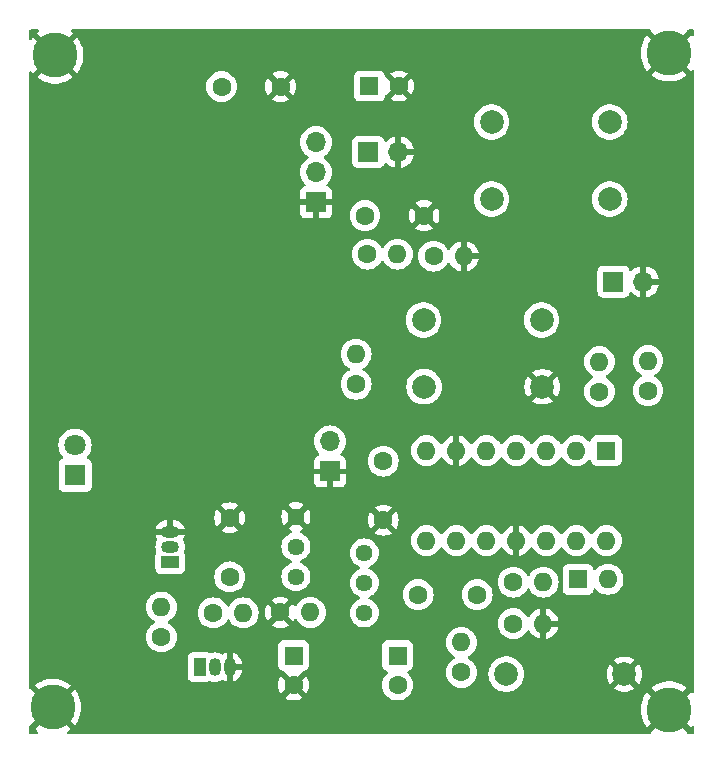
<source format=gbr>
%TF.GenerationSoftware,KiCad,Pcbnew,7.0.1*%
%TF.CreationDate,2023-04-15T20:00:27+02:00*%
%TF.ProjectId,weit_generator,77656974-5f67-4656-9e65-7261746f722e,rev?*%
%TF.SameCoordinates,Original*%
%TF.FileFunction,Copper,L2,Bot*%
%TF.FilePolarity,Positive*%
%FSLAX46Y46*%
G04 Gerber Fmt 4.6, Leading zero omitted, Abs format (unit mm)*
G04 Created by KiCad (PCBNEW 7.0.1) date 2023-04-15 20:00:27*
%MOMM*%
%LPD*%
G01*
G04 APERTURE LIST*
%TA.AperFunction,ComponentPad*%
%ADD10C,3.800000*%
%TD*%
%TA.AperFunction,ComponentPad*%
%ADD11C,2.000000*%
%TD*%
%TA.AperFunction,ComponentPad*%
%ADD12C,1.600000*%
%TD*%
%TA.AperFunction,ComponentPad*%
%ADD13O,1.600000X1.600000*%
%TD*%
%TA.AperFunction,ComponentPad*%
%ADD14R,1.700000X1.700000*%
%TD*%
%TA.AperFunction,ComponentPad*%
%ADD15O,1.700000X1.700000*%
%TD*%
%TA.AperFunction,ComponentPad*%
%ADD16R,1.800000X1.800000*%
%TD*%
%TA.AperFunction,ComponentPad*%
%ADD17C,1.800000*%
%TD*%
%TA.AperFunction,ComponentPad*%
%ADD18C,1.440000*%
%TD*%
%TA.AperFunction,ComponentPad*%
%ADD19R,1.600000X1.600000*%
%TD*%
%TA.AperFunction,ComponentPad*%
%ADD20R,1.050000X1.500000*%
%TD*%
%TA.AperFunction,ComponentPad*%
%ADD21O,1.050000X1.500000*%
%TD*%
%TA.AperFunction,ComponentPad*%
%ADD22R,1.500000X1.050000*%
%TD*%
%TA.AperFunction,ComponentPad*%
%ADD23O,1.500000X1.050000*%
%TD*%
G04 APERTURE END LIST*
D10*
%TO.P,,1*%
%TO.N,GND*%
X101200000Y-78400000D03*
%TD*%
%TO.P,,1*%
%TO.N,GND*%
X153200000Y-78200000D03*
%TD*%
%TO.P,,1*%
%TO.N,GND*%
X153200000Y-133800000D03*
%TD*%
%TO.P,REF\u002A\u002A,1*%
%TO.N,GND*%
X101000000Y-133600000D03*
%TD*%
D11*
%TO.P,C7,1*%
%TO.N,/Filtr Wyj\u015Bciowy/IN*%
X142400000Y-100800000D03*
%TO.P,C7,2*%
%TO.N,Net-(U2A-+)*%
X132400000Y-100800000D03*
%TD*%
D12*
%TO.P,R15,1*%
%TO.N,/Filtr Wyj\u015Bciowy/IN*%
X126695000Y-106245000D03*
D13*
%TO.P,R15,2*%
%TO.N,/R-2R DAC/OUT*%
X126695000Y-103705000D03*
%TD*%
D12*
%TO.P,C10,1*%
%TO.N,+1V2*%
X115995000Y-122560000D03*
%TO.P,C10,2*%
%TO.N,GND*%
X115995000Y-117560000D03*
%TD*%
D14*
%TO.P,J1,1,Pin_1*%
%TO.N,+3V0*%
X127725000Y-86600000D03*
D15*
%TO.P,J1,2,Pin_2*%
%TO.N,GND*%
X130265000Y-86600000D03*
%TD*%
D12*
%TO.P,R19,1*%
%TO.N,+3V0*%
X127650000Y-95230000D03*
D13*
%TO.P,R19,2*%
%TO.N,Net-(U2A-+)*%
X130190000Y-95230000D03*
%TD*%
D14*
%TO.P,J3,1,Pin_1*%
%TO.N,/Kontrola Amplitiudy/IN*%
X148480000Y-97560000D03*
D15*
%TO.P,J3,2,Pin_2*%
%TO.N,GND*%
X151020000Y-97560000D03*
%TD*%
D12*
%TO.P,R26,1*%
%TO.N,Net-(Q1-B)*%
X114600000Y-125600000D03*
D13*
%TO.P,R26,2*%
%TO.N,Net-(C11-Pad1)*%
X117140000Y-125600000D03*
%TD*%
D14*
%TO.P,R20,1*%
%TO.N,GND*%
X124470000Y-113635000D03*
D15*
%TO.P,R20,2*%
%TO.N,/Filtr Wyj\u015Bciowy/IN*%
X124470000Y-111095000D03*
%TD*%
D12*
%TO.P,C9,1*%
%TO.N,Net-(U2C--)*%
X136945000Y-124060000D03*
%TO.P,C9,2*%
%TO.N,Net-(C12-Pad1)*%
X131945000Y-124060000D03*
%TD*%
D11*
%TO.P,C13,1*%
%TO.N,GND*%
X149400000Y-130800000D03*
%TO.P,C13,2*%
%TO.N,Net-(U2C-+)*%
X139400000Y-130800000D03*
%TD*%
D16*
%TO.P,D1,1,K*%
%TO.N,/Kontrola Amplitiudy/OUT*%
X102895000Y-113950000D03*
D17*
%TO.P,D1,2,A*%
%TO.N,+3V0*%
X102895000Y-111410000D03*
%TD*%
D12*
%TO.P,R24,1*%
%TO.N,Net-(Q1-C)*%
X110200000Y-127645000D03*
D13*
%TO.P,R24,2*%
%TO.N,/Kontrola Amplitiudy/OUT*%
X110200000Y-125105000D03*
%TD*%
D12*
%TO.P,R25,1*%
%TO.N,Net-(C12-Pad2)*%
X135600000Y-130645000D03*
D13*
%TO.P,R25,2*%
%TO.N,Net-(U2C--)*%
X135600000Y-128105000D03*
%TD*%
D12*
%TO.P,R17,1*%
%TO.N,Net-(U2A-+)*%
X133260000Y-95400000D03*
D13*
%TO.P,R17,2*%
%TO.N,GND*%
X135800000Y-95400000D03*
%TD*%
D12*
%TO.P,R21,1*%
%TO.N,Net-(U2A--)*%
X147295000Y-106875000D03*
D13*
%TO.P,R21,2*%
%TO.N,/Filtr Wyj\u015Bciowy/OUT*%
X147295000Y-104335000D03*
%TD*%
D11*
%TO.P,C8,1*%
%TO.N,GND*%
X142450000Y-106460000D03*
%TO.P,C8,2*%
%TO.N,Net-(U2A-+)*%
X132450000Y-106460000D03*
%TD*%
D12*
%TO.P,C3,1*%
%TO.N,+3V0*%
X115300000Y-81050000D03*
%TO.P,C3,2*%
%TO.N,GND*%
X120300000Y-81050000D03*
%TD*%
D11*
%TO.P,C4,1*%
%TO.N,/Filtr Wyj\u015Bciowy/OUT*%
X138165000Y-90570000D03*
%TO.P,C4,2*%
%TO.N,/Kontrola Amplitiudy/IN*%
X148165000Y-90570000D03*
%TD*%
D14*
%TO.P,J2,1,Pin_1*%
%TO.N,GND*%
X123300000Y-90840000D03*
D15*
%TO.P,J2,2,Pin_2*%
%TO.N,Net-(J2-Pin_2)*%
X123300000Y-88300000D03*
%TO.P,J2,3,Pin_3*%
%TO.N,Net-(J2-Pin_3)*%
X123300000Y-85760000D03*
%TD*%
D18*
%TO.P,RV2,1,1*%
%TO.N,unconnected-(RV2-Pad1)*%
X127395000Y-125610000D03*
%TO.P,RV2,2,2*%
%TO.N,Net-(C12-Pad1)*%
X127395000Y-123070000D03*
%TO.P,RV2,3,3*%
%TO.N,Net-(C11-Pad1)*%
X127395000Y-120530000D03*
%TD*%
D12*
%TO.P,R27,1*%
%TO.N,GND*%
X120275000Y-125560000D03*
D13*
%TO.P,R27,2*%
%TO.N,Net-(C11-Pad1)*%
X122815000Y-125560000D03*
%TD*%
D19*
%TO.P,C12,1*%
%TO.N,Net-(C12-Pad1)*%
X130200000Y-129217621D03*
D12*
%TO.P,C12,2*%
%TO.N,Net-(C12-Pad2)*%
X130200000Y-131717621D03*
%TD*%
%TO.P,C5,1*%
%TO.N,+3V0*%
X127445000Y-91970000D03*
%TO.P,C5,2*%
%TO.N,GND*%
X132445000Y-91970000D03*
%TD*%
D19*
%TO.P,U2,1*%
%TO.N,Net-(U2A--)*%
X147885000Y-111860000D03*
D13*
%TO.P,U2,2,-*%
X145345000Y-111860000D03*
%TO.P,U2,3,+*%
%TO.N,Net-(U2A-+)*%
X142805000Y-111860000D03*
%TO.P,U2,4,V+*%
%TO.N,+3V0*%
X140265000Y-111860000D03*
%TO.P,U2,5,+*%
X137725000Y-111860000D03*
%TO.P,U2,6,-*%
%TO.N,GND*%
X135185000Y-111860000D03*
%TO.P,U2,7*%
%TO.N,unconnected-(U2-Pad7)*%
X132645000Y-111860000D03*
%TO.P,U2,8*%
%TO.N,Net-(C12-Pad1)*%
X132645000Y-119480000D03*
%TO.P,U2,9,-*%
%TO.N,Net-(U2C--)*%
X135185000Y-119480000D03*
%TO.P,U2,10,+*%
%TO.N,Net-(U2C-+)*%
X137725000Y-119480000D03*
%TO.P,U2,11,V-*%
%TO.N,GND*%
X140265000Y-119480000D03*
%TO.P,U2,12,+*%
%TO.N,Net-(U2D-+)*%
X142805000Y-119480000D03*
%TO.P,U2,13,-*%
%TO.N,Net-(D2-K)*%
X145345000Y-119480000D03*
%TO.P,U2,14*%
%TO.N,Net-(D2-A)*%
X147885000Y-119480000D03*
%TD*%
D12*
%TO.P,R28,1*%
%TO.N,Net-(U2C-+)*%
X140000000Y-123000000D03*
D13*
%TO.P,R28,2*%
%TO.N,Net-(D2-K)*%
X142540000Y-123000000D03*
%TD*%
D19*
%TO.P,C11,1*%
%TO.N,Net-(C11-Pad1)*%
X121400000Y-129217621D03*
D12*
%TO.P,C11,2*%
%TO.N,GND*%
X121400000Y-131717621D03*
%TD*%
D19*
%TO.P,C2,1*%
%TO.N,+3V0*%
X127817620Y-81000000D03*
D12*
%TO.P,C2,2*%
%TO.N,GND*%
X130317620Y-81000000D03*
%TD*%
%TO.P,C6,1*%
%TO.N,+3V0*%
X128995000Y-112760000D03*
%TO.P,C6,2*%
%TO.N,GND*%
X128995000Y-117760000D03*
%TD*%
D19*
%TO.P,D2,1,K*%
%TO.N,Net-(D2-K)*%
X145480686Y-122760000D03*
D13*
%TO.P,D2,2,A*%
%TO.N,Net-(D2-A)*%
X148020686Y-122760000D03*
%TD*%
D12*
%TO.P,R29,1*%
%TO.N,Net-(U2C-+)*%
X140000000Y-126520000D03*
D13*
%TO.P,R29,2*%
%TO.N,GND*%
X142540000Y-126520000D03*
%TD*%
D12*
%TO.P,R22,1*%
%TO.N,Net-(U2D-+)*%
X151405000Y-106780000D03*
D13*
%TO.P,R22,2*%
%TO.N,/Kontrola Amplitiudy/IN*%
X151405000Y-104240000D03*
%TD*%
D20*
%TO.P,Q1,1,C*%
%TO.N,Net-(Q1-C)*%
X113460000Y-130200000D03*
D21*
%TO.P,Q1,2,B*%
%TO.N,Net-(Q1-B)*%
X114730000Y-130200000D03*
%TO.P,Q1,3,E*%
%TO.N,GND*%
X116000000Y-130200000D03*
%TD*%
D18*
%TO.P,RV1,1,1*%
%TO.N,GND*%
X121595000Y-117460000D03*
%TO.P,RV1,2,2*%
%TO.N,Net-(U2C--)*%
X121595000Y-120000000D03*
%TO.P,RV1,3,3*%
%TO.N,+1V2*%
X121595000Y-122540000D03*
%TD*%
D22*
%TO.P,U3,1,FB*%
%TO.N,unconnected-(U3-FB-Pad1)*%
X110955000Y-121305000D03*
D23*
%TO.P,U3,2,K*%
%TO.N,+1V2*%
X110955000Y-120035000D03*
%TO.P,U3,3,A*%
%TO.N,GND*%
X110955000Y-118765000D03*
%TD*%
D11*
%TO.P,C1,1*%
%TO.N,/Filtr Wyj\u015Bciowy/OUT*%
X138165000Y-84030000D03*
%TO.P,C1,2*%
%TO.N,/Kontrola Amplitiudy/IN*%
X148165000Y-84030000D03*
%TD*%
%TA.AperFunction,Conductor*%
%TO.N,GND*%
G36*
X99822332Y-76215838D02*
G01*
X99867292Y-76258058D01*
X99886350Y-76316714D01*
X99874794Y-76377297D01*
X99835480Y-76424818D01*
X99686565Y-76533010D01*
X99686564Y-76533012D01*
X101200000Y-78046447D01*
X101200001Y-78046447D01*
X102713434Y-76533012D01*
X102564518Y-76424818D01*
X102525205Y-76377296D01*
X102513649Y-76316714D01*
X102532707Y-76258057D01*
X102577667Y-76215838D01*
X102637404Y-76200500D01*
X151562851Y-76200500D01*
X151627641Y-76218772D01*
X151673336Y-76268205D01*
X151686143Y-76332591D01*
X153200000Y-77846447D01*
X153200001Y-77846447D01*
X154713855Y-76332591D01*
X154726663Y-76268205D01*
X154772358Y-76218772D01*
X154837148Y-76200500D01*
X155215500Y-76200500D01*
X155277500Y-76217113D01*
X155322887Y-76262500D01*
X155339500Y-76324500D01*
X155339500Y-76676633D01*
X155324904Y-76735000D01*
X155284553Y-76779627D01*
X155227945Y-76800007D01*
X155168408Y-76791343D01*
X155119957Y-76755674D01*
X155064686Y-76688864D01*
X153553553Y-78200000D01*
X155064686Y-79711133D01*
X155119957Y-79644325D01*
X155168408Y-79608656D01*
X155227946Y-79599992D01*
X155284553Y-79620372D01*
X155324904Y-79664999D01*
X155339500Y-79723366D01*
X155339500Y-132276633D01*
X155324904Y-132335000D01*
X155284553Y-132379627D01*
X155227945Y-132400007D01*
X155168408Y-132391343D01*
X155119957Y-132355674D01*
X155064686Y-132288864D01*
X153553553Y-133800000D01*
X155064686Y-135311133D01*
X155119957Y-135244325D01*
X155168408Y-135208656D01*
X155227946Y-135199992D01*
X155284553Y-135220372D01*
X155324904Y-135264999D01*
X155339500Y-135323366D01*
X155339500Y-135735500D01*
X155322887Y-135797500D01*
X155277500Y-135842887D01*
X155215500Y-135859500D01*
X154830095Y-135859500D01*
X154770357Y-135844162D01*
X154725398Y-135801942D01*
X154706340Y-135743286D01*
X154710007Y-135724058D01*
X154708949Y-135723975D01*
X154713434Y-135666986D01*
X153200000Y-134153553D01*
X151686564Y-135666986D01*
X151691050Y-135723975D01*
X151689991Y-135724058D01*
X151693659Y-135743286D01*
X151674601Y-135801942D01*
X151629642Y-135844162D01*
X151569904Y-135859500D01*
X102354732Y-135859500D01*
X102292289Y-135842630D01*
X102246836Y-135796611D01*
X102230742Y-135733964D01*
X102248384Y-135671734D01*
X102283992Y-135637425D01*
X102282215Y-135634979D01*
X102513433Y-135466986D01*
X102513434Y-135466986D01*
X101000000Y-133953553D01*
X99486564Y-135466986D01*
X99717785Y-135634979D01*
X99716007Y-135637425D01*
X99751616Y-135671734D01*
X99769258Y-135733964D01*
X99753164Y-135796611D01*
X99707711Y-135842630D01*
X99645268Y-135859500D01*
X99124500Y-135859500D01*
X99062500Y-135842887D01*
X99017113Y-135797500D01*
X99000500Y-135735500D01*
X99000500Y-135234762D01*
X99018100Y-135171083D01*
X99065904Y-135125480D01*
X99130342Y-135110900D01*
X99135312Y-135111134D01*
X100646447Y-133600001D01*
X101353553Y-133600001D01*
X102864686Y-135111133D01*
X102945481Y-135013471D01*
X103107291Y-134758498D01*
X103235875Y-134485243D01*
X103329195Y-134198036D01*
X103385783Y-133901389D01*
X103392162Y-133799999D01*
X150795254Y-133799999D01*
X150814216Y-134101389D01*
X150870804Y-134398036D01*
X150964124Y-134685243D01*
X151092708Y-134958498D01*
X151254521Y-135213475D01*
X151335312Y-135311134D01*
X152846447Y-133800001D01*
X152846447Y-133799999D01*
X151335312Y-132288864D01*
X151254517Y-132386530D01*
X151092708Y-132641501D01*
X150964124Y-132914756D01*
X150870804Y-133201963D01*
X150814216Y-133498610D01*
X150795254Y-133799999D01*
X103392162Y-133799999D01*
X103404745Y-133599999D01*
X103385783Y-133298610D01*
X103329195Y-133001963D01*
X103262483Y-132796647D01*
X120674526Y-132796647D01*
X120747515Y-132847754D01*
X120953673Y-132943887D01*
X121173397Y-133002762D01*
X121400000Y-133022587D01*
X121626602Y-133002762D01*
X121846326Y-132943887D01*
X122052480Y-132847755D01*
X122125472Y-132796646D01*
X121400001Y-132071174D01*
X121400000Y-132071174D01*
X120674526Y-132796646D01*
X120674526Y-132796647D01*
X103262483Y-132796647D01*
X103235875Y-132714756D01*
X103107291Y-132441501D01*
X102945478Y-132186524D01*
X102864686Y-132088864D01*
X101353553Y-133600000D01*
X101353553Y-133600001D01*
X100646447Y-133600001D01*
X100646447Y-133599999D01*
X99135312Y-132088864D01*
X99130342Y-132089099D01*
X99065904Y-132074519D01*
X99018100Y-132028916D01*
X99000500Y-131965237D01*
X99000500Y-131733012D01*
X99486564Y-131733012D01*
X101000000Y-133246447D01*
X101000001Y-133246447D01*
X102513434Y-131733012D01*
X102492249Y-131717620D01*
X120095033Y-131717620D01*
X120114858Y-131944223D01*
X120173733Y-132163947D01*
X120269866Y-132370105D01*
X120320972Y-132443092D01*
X120320974Y-132443093D01*
X121046446Y-131717622D01*
X121753553Y-131717622D01*
X122479025Y-132443093D01*
X122530134Y-132370101D01*
X122626266Y-132163947D01*
X122685141Y-131944223D01*
X122704966Y-131717620D01*
X128894531Y-131717620D01*
X128914364Y-131944310D01*
X128973261Y-132164118D01*
X129069432Y-132370356D01*
X129199953Y-132556761D01*
X129360859Y-132717667D01*
X129547264Y-132848188D01*
X129547265Y-132848188D01*
X129547266Y-132848189D01*
X129753504Y-132944360D01*
X129973308Y-133003256D01*
X130200000Y-133023089D01*
X130426692Y-133003256D01*
X130646496Y-132944360D01*
X130852734Y-132848189D01*
X131039139Y-132717668D01*
X131200047Y-132556760D01*
X131330568Y-132370355D01*
X131426739Y-132164117D01*
X131485635Y-131944313D01*
X131505468Y-131717621D01*
X131485635Y-131490929D01*
X131426739Y-131271125D01*
X131330568Y-131064887D01*
X131325384Y-131057484D01*
X131200046Y-130878480D01*
X131043162Y-130721596D01*
X131009916Y-130661351D01*
X131010866Y-130644999D01*
X134294531Y-130644999D01*
X134314364Y-130871689D01*
X134373261Y-131091497D01*
X134469432Y-131297735D01*
X134599953Y-131484140D01*
X134760859Y-131645046D01*
X134947264Y-131775567D01*
X134947265Y-131775567D01*
X134947266Y-131775568D01*
X135153504Y-131871739D01*
X135373308Y-131930635D01*
X135600000Y-131950468D01*
X135826692Y-131930635D01*
X136046496Y-131871739D01*
X136252734Y-131775568D01*
X136439139Y-131645047D01*
X136600047Y-131484139D01*
X136730568Y-131297734D01*
X136826739Y-131091496D01*
X136885635Y-130871692D01*
X136891907Y-130800000D01*
X137894356Y-130800000D01*
X137914891Y-131047816D01*
X137914891Y-131047819D01*
X137914892Y-131047821D01*
X137975937Y-131288881D01*
X138008917Y-131364067D01*
X138075825Y-131516604D01*
X138075827Y-131516607D01*
X138211836Y-131724785D01*
X138380256Y-131907738D01*
X138445667Y-131958650D01*
X138576485Y-132060470D01*
X138576487Y-132060471D01*
X138576491Y-132060474D01*
X138795190Y-132178828D01*
X139030386Y-132259571D01*
X139275665Y-132300500D01*
X139524335Y-132300500D01*
X139769614Y-132259571D01*
X140004810Y-132178828D01*
X140223509Y-132060474D01*
X140270872Y-132023610D01*
X148529942Y-132023610D01*
X148576766Y-132060055D01*
X148795393Y-132178368D01*
X149030506Y-132259083D01*
X149275707Y-132300000D01*
X149524293Y-132300000D01*
X149769493Y-132259083D01*
X150004606Y-132178368D01*
X150223233Y-132060053D01*
X150270056Y-132023609D01*
X150179459Y-131933012D01*
X151686564Y-131933012D01*
X153200000Y-133446447D01*
X153200001Y-133446447D01*
X154713434Y-131933012D01*
X154488523Y-131769604D01*
X154223889Y-131624121D01*
X153943107Y-131512951D01*
X153650606Y-131437850D01*
X153350996Y-131400000D01*
X153049004Y-131400000D01*
X152749393Y-131437850D01*
X152456892Y-131512951D01*
X152176110Y-131624121D01*
X151911472Y-131769606D01*
X151686565Y-131933010D01*
X151686564Y-131933012D01*
X150179459Y-131933012D01*
X149400000Y-131153553D01*
X148529942Y-132023609D01*
X148529942Y-132023610D01*
X140270872Y-132023610D01*
X140419744Y-131907738D01*
X140588164Y-131724785D01*
X140724173Y-131516607D01*
X140824063Y-131288881D01*
X140885108Y-131047821D01*
X140905643Y-130800000D01*
X140905643Y-130799999D01*
X147894858Y-130799999D01*
X147915386Y-131047732D01*
X147976413Y-131288721D01*
X148076268Y-131516370D01*
X148176563Y-131669882D01*
X148176564Y-131669882D01*
X149046447Y-130800001D01*
X149753553Y-130800001D01*
X150623434Y-131669882D01*
X150723730Y-131516369D01*
X150823586Y-131288721D01*
X150884613Y-131047732D01*
X150905141Y-130799999D01*
X150884613Y-130552267D01*
X150823586Y-130311278D01*
X150723730Y-130083630D01*
X150623434Y-129930116D01*
X149753553Y-130800000D01*
X149753553Y-130800001D01*
X149046447Y-130800001D01*
X149046447Y-130800000D01*
X148176564Y-129930116D01*
X148076266Y-130083634D01*
X147976413Y-130311278D01*
X147915386Y-130552267D01*
X147894858Y-130799999D01*
X140905643Y-130799999D01*
X140885108Y-130552179D01*
X140824063Y-130311119D01*
X140724173Y-130083393D01*
X140588164Y-129875215D01*
X140419744Y-129692262D01*
X140397612Y-129675036D01*
X140270873Y-129576390D01*
X148529942Y-129576390D01*
X149400000Y-130446447D01*
X149400001Y-130446447D01*
X150270057Y-129576390D01*
X150270056Y-129576388D01*
X150223235Y-129539947D01*
X150004606Y-129421631D01*
X149769493Y-129340916D01*
X149524293Y-129300000D01*
X149275707Y-129300000D01*
X149030506Y-129340916D01*
X148795393Y-129421631D01*
X148576764Y-129539946D01*
X148529942Y-129576388D01*
X148529942Y-129576390D01*
X140270873Y-129576390D01*
X140223514Y-129539529D01*
X140223510Y-129539526D01*
X140223509Y-129539526D01*
X140004810Y-129421172D01*
X140004806Y-129421170D01*
X140004805Y-129421170D01*
X139769615Y-129340429D01*
X139524335Y-129299500D01*
X139275665Y-129299500D01*
X139030384Y-129340429D01*
X138795194Y-129421170D01*
X138576485Y-129539529D01*
X138380259Y-129692259D01*
X138211837Y-129875214D01*
X138075825Y-130083395D01*
X137998381Y-130259951D01*
X137975937Y-130311119D01*
X137937876Y-130461417D01*
X137914891Y-130552183D01*
X137894356Y-130800000D01*
X136891907Y-130800000D01*
X136905468Y-130645000D01*
X136885635Y-130418308D01*
X136826739Y-130198504D01*
X136730568Y-129992266D01*
X136700973Y-129950000D01*
X136600046Y-129805859D01*
X136439140Y-129644953D01*
X136252733Y-129514431D01*
X136194725Y-129487382D01*
X136142549Y-129441625D01*
X136123129Y-129375000D01*
X136142549Y-129308375D01*
X136194725Y-129262618D01*
X136228846Y-129246707D01*
X136252734Y-129235568D01*
X136439139Y-129105047D01*
X136600047Y-128944139D01*
X136730568Y-128757734D01*
X136826739Y-128551496D01*
X136885635Y-128331692D01*
X136905468Y-128105000D01*
X136885635Y-127878308D01*
X136826739Y-127658504D01*
X136730568Y-127452266D01*
X136665360Y-127359139D01*
X136600046Y-127265859D01*
X136439140Y-127104953D01*
X136252735Y-126974432D01*
X136046497Y-126878261D01*
X135826689Y-126819364D01*
X135600000Y-126799531D01*
X135373310Y-126819364D01*
X135153502Y-126878261D01*
X134947264Y-126974432D01*
X134760859Y-127104953D01*
X134599953Y-127265859D01*
X134469432Y-127452264D01*
X134373261Y-127658502D01*
X134314364Y-127878310D01*
X134294531Y-128104999D01*
X134314364Y-128331689D01*
X134373261Y-128551497D01*
X134469432Y-128757735D01*
X134599953Y-128944140D01*
X134760859Y-129105046D01*
X134779648Y-129118202D01*
X134947266Y-129235568D01*
X134971154Y-129246707D01*
X135005275Y-129262618D01*
X135057450Y-129308375D01*
X135076869Y-129375000D01*
X135057450Y-129441625D01*
X135005275Y-129487382D01*
X134947263Y-129514433D01*
X134760859Y-129644953D01*
X134599953Y-129805859D01*
X134469432Y-129992264D01*
X134373261Y-130198502D01*
X134314364Y-130418310D01*
X134294531Y-130644999D01*
X131010866Y-130644999D01*
X131013908Y-130592658D01*
X131053907Y-130536669D01*
X131094046Y-130520254D01*
X131092890Y-130517155D01*
X131109229Y-130511060D01*
X131242331Y-130461417D01*
X131357546Y-130375167D01*
X131443796Y-130259952D01*
X131494091Y-130125104D01*
X131500500Y-130065494D01*
X131500499Y-128369749D01*
X131494091Y-128310138D01*
X131443796Y-128175290D01*
X131357546Y-128060075D01*
X131242331Y-127973825D01*
X131107483Y-127923530D01*
X131047873Y-127917121D01*
X131047869Y-127917121D01*
X129352130Y-127917121D01*
X129292515Y-127923530D01*
X129157669Y-127973825D01*
X129042454Y-128060075D01*
X128956204Y-128175289D01*
X128905909Y-128310137D01*
X128899500Y-128369751D01*
X128899500Y-130065490D01*
X128901451Y-130083634D01*
X128905909Y-130125104D01*
X128956204Y-130259952D01*
X129042454Y-130375167D01*
X129157669Y-130461417D01*
X129275448Y-130505346D01*
X129307110Y-130517155D01*
X129305953Y-130520254D01*
X129346092Y-130536668D01*
X129386091Y-130592657D01*
X129390083Y-130661351D01*
X129356838Y-130721596D01*
X129199950Y-130878484D01*
X129069432Y-131064885D01*
X128973261Y-131271123D01*
X128914364Y-131490931D01*
X128894531Y-131717620D01*
X122704966Y-131717620D01*
X122685141Y-131491018D01*
X122626266Y-131271294D01*
X122530133Y-131065136D01*
X122479025Y-130992147D01*
X121753553Y-131717621D01*
X121753553Y-131717622D01*
X121046446Y-131717622D01*
X121046446Y-131717621D01*
X120320973Y-130992147D01*
X120320973Y-130992148D01*
X120269865Y-131065137D01*
X120173733Y-131271293D01*
X120114858Y-131491018D01*
X120095033Y-131717620D01*
X102492249Y-131717620D01*
X102288523Y-131569604D01*
X102023889Y-131424121D01*
X101743107Y-131312951D01*
X101450606Y-131237850D01*
X101150996Y-131200000D01*
X100849004Y-131200000D01*
X100549393Y-131237850D01*
X100256892Y-131312951D01*
X99976110Y-131424121D01*
X99711472Y-131569606D01*
X99486565Y-131733010D01*
X99486564Y-131733012D01*
X99000500Y-131733012D01*
X99000500Y-130997869D01*
X112434500Y-130997869D01*
X112440909Y-131057484D01*
X112453595Y-131091496D01*
X112491204Y-131192331D01*
X112577454Y-131307546D01*
X112692669Y-131393796D01*
X112827517Y-131444091D01*
X112887127Y-131450500D01*
X114032872Y-131450499D01*
X114092483Y-131444091D01*
X114227331Y-131393796D01*
X114227332Y-131393794D01*
X114243545Y-131387748D01*
X114277104Y-131373228D01*
X114334576Y-131376693D01*
X114335652Y-131377019D01*
X114335659Y-131377023D01*
X114528967Y-131435662D01*
X114730000Y-131455462D01*
X114931033Y-131435662D01*
X115124341Y-131377023D01*
X115302494Y-131281798D01*
X115302495Y-131281797D01*
X115307077Y-131279348D01*
X115365530Y-131264706D01*
X115423984Y-131279348D01*
X115605850Y-131376558D01*
X115750000Y-131420285D01*
X115750000Y-130537315D01*
X115750597Y-130525161D01*
X115755500Y-130475380D01*
X115755500Y-130450000D01*
X116250000Y-130450000D01*
X116250000Y-131420285D01*
X116394150Y-131376558D01*
X116572215Y-131281379D01*
X116728292Y-131153292D01*
X116856379Y-130997215D01*
X116951557Y-130819151D01*
X117010170Y-130625932D01*
X117025000Y-130475361D01*
X117025000Y-130450000D01*
X116250000Y-130450000D01*
X115755500Y-130450000D01*
X115755500Y-130065490D01*
X120099500Y-130065490D01*
X120101451Y-130083634D01*
X120105909Y-130125104D01*
X120156204Y-130259952D01*
X120242454Y-130375167D01*
X120357669Y-130461417D01*
X120492517Y-130511712D01*
X120552127Y-130518121D01*
X120552131Y-130518120D01*
X120558735Y-130518831D01*
X120558542Y-130520621D01*
X120614824Y-130536571D01*
X120660550Y-130586459D01*
X120669582Y-130633650D01*
X121400000Y-131364067D01*
X121400001Y-131364067D01*
X122130414Y-130633652D01*
X122139443Y-130586470D01*
X122185157Y-130536582D01*
X122241456Y-130520614D01*
X122241265Y-130518830D01*
X122247869Y-130518120D01*
X122247872Y-130518120D01*
X122307483Y-130511712D01*
X122442331Y-130461417D01*
X122557546Y-130375167D01*
X122643796Y-130259952D01*
X122694091Y-130125104D01*
X122700500Y-130065494D01*
X122700499Y-128369749D01*
X122694091Y-128310138D01*
X122643796Y-128175290D01*
X122557546Y-128060075D01*
X122442331Y-127973825D01*
X122307483Y-127923530D01*
X122247873Y-127917121D01*
X122247869Y-127917121D01*
X120552130Y-127917121D01*
X120492515Y-127923530D01*
X120357669Y-127973825D01*
X120242454Y-128060075D01*
X120156204Y-128175289D01*
X120105909Y-128310137D01*
X120099500Y-128369751D01*
X120099500Y-130065490D01*
X115755500Y-130065490D01*
X115755500Y-129924620D01*
X115750597Y-129874839D01*
X115750000Y-129862685D01*
X115750000Y-128979715D01*
X116250000Y-128979715D01*
X116250000Y-129950000D01*
X117025000Y-129950000D01*
X117025000Y-129924639D01*
X117010170Y-129774067D01*
X116951557Y-129580848D01*
X116856379Y-129402784D01*
X116728292Y-129246707D01*
X116572215Y-129118620D01*
X116394150Y-129023441D01*
X116250000Y-128979715D01*
X115750000Y-128979715D01*
X115605847Y-129023442D01*
X115423983Y-129120651D01*
X115365530Y-129135293D01*
X115307077Y-129120651D01*
X115124343Y-129022978D01*
X115124342Y-129022977D01*
X115124341Y-129022977D01*
X115027687Y-128993657D01*
X114931031Y-128964337D01*
X114730000Y-128944538D01*
X114528968Y-128964337D01*
X114334574Y-129023306D01*
X114277106Y-129026772D01*
X114243553Y-129012255D01*
X114227332Y-129006205D01*
X114227331Y-129006204D01*
X114092483Y-128955909D01*
X114032873Y-128949500D01*
X114032869Y-128949500D01*
X112887130Y-128949500D01*
X112827515Y-128955909D01*
X112692669Y-129006204D01*
X112577454Y-129092454D01*
X112491204Y-129207668D01*
X112440909Y-129342516D01*
X112434500Y-129402130D01*
X112434500Y-130997869D01*
X99000500Y-130997869D01*
X99000500Y-127645000D01*
X108894531Y-127645000D01*
X108914364Y-127871689D01*
X108973261Y-128091497D01*
X109069432Y-128297735D01*
X109199953Y-128484140D01*
X109360859Y-128645046D01*
X109547264Y-128775567D01*
X109547265Y-128775567D01*
X109547266Y-128775568D01*
X109753504Y-128871739D01*
X109973308Y-128930635D01*
X110200000Y-128950468D01*
X110426692Y-128930635D01*
X110646496Y-128871739D01*
X110852734Y-128775568D01*
X111039139Y-128645047D01*
X111200047Y-128484139D01*
X111330568Y-128297734D01*
X111426739Y-128091496D01*
X111485635Y-127871692D01*
X111505468Y-127645000D01*
X111485635Y-127418308D01*
X111426739Y-127198504D01*
X111330568Y-126992266D01*
X111241432Y-126864966D01*
X111200046Y-126805859D01*
X111039140Y-126644953D01*
X110852733Y-126514431D01*
X110794725Y-126487382D01*
X110742549Y-126441625D01*
X110723129Y-126375000D01*
X110742549Y-126308375D01*
X110794725Y-126262618D01*
X110852734Y-126235568D01*
X111039139Y-126105047D01*
X111200047Y-125944139D01*
X111330568Y-125757734D01*
X111404121Y-125600000D01*
X113294531Y-125600000D01*
X113314364Y-125826689D01*
X113373261Y-126046497D01*
X113469432Y-126252735D01*
X113599953Y-126439140D01*
X113760859Y-126600046D01*
X113947264Y-126730567D01*
X113947265Y-126730567D01*
X113947266Y-126730568D01*
X114153504Y-126826739D01*
X114373308Y-126885635D01*
X114600000Y-126905468D01*
X114826692Y-126885635D01*
X115046496Y-126826739D01*
X115252734Y-126730568D01*
X115439139Y-126600047D01*
X115600047Y-126439139D01*
X115730568Y-126252734D01*
X115757618Y-126194724D01*
X115803375Y-126142549D01*
X115870000Y-126123129D01*
X115936625Y-126142549D01*
X115982382Y-126194725D01*
X116009431Y-126252733D01*
X116139953Y-126439140D01*
X116300859Y-126600046D01*
X116487264Y-126730567D01*
X116487265Y-126730567D01*
X116487266Y-126730568D01*
X116693504Y-126826739D01*
X116913308Y-126885635D01*
X117140000Y-126905468D01*
X117366692Y-126885635D01*
X117586496Y-126826739D01*
X117792734Y-126730568D01*
X117923471Y-126639026D01*
X119549526Y-126639026D01*
X119622515Y-126690133D01*
X119828673Y-126786266D01*
X120048397Y-126845141D01*
X120275000Y-126864966D01*
X120501602Y-126845141D01*
X120721326Y-126786266D01*
X120927480Y-126690134D01*
X121000472Y-126639025D01*
X120275001Y-125913553D01*
X120275000Y-125913553D01*
X119549526Y-126639025D01*
X119549526Y-126639026D01*
X117923471Y-126639026D01*
X117979139Y-126600047D01*
X118140047Y-126439139D01*
X118270568Y-126252734D01*
X118366739Y-126046496D01*
X118425635Y-125826692D01*
X118445468Y-125600000D01*
X118441968Y-125560000D01*
X118970033Y-125560000D01*
X118989858Y-125786602D01*
X119048733Y-126006326D01*
X119144866Y-126212484D01*
X119195972Y-126285471D01*
X119195974Y-126285472D01*
X119921446Y-125560001D01*
X120628553Y-125560001D01*
X121354025Y-126285472D01*
X121405136Y-126212479D01*
X121432342Y-126154135D01*
X121478098Y-126101959D01*
X121544723Y-126082539D01*
X121611348Y-126101958D01*
X121657106Y-126154133D01*
X121684433Y-126212736D01*
X121814953Y-126399140D01*
X121975859Y-126560046D01*
X122162264Y-126690567D01*
X122162265Y-126690567D01*
X122162266Y-126690568D01*
X122368504Y-126786739D01*
X122588308Y-126845635D01*
X122815000Y-126865468D01*
X123041692Y-126845635D01*
X123261496Y-126786739D01*
X123467734Y-126690568D01*
X123654139Y-126560047D01*
X123815047Y-126399139D01*
X123945568Y-126212734D01*
X124041739Y-126006496D01*
X124100635Y-125786692D01*
X124116094Y-125609999D01*
X126169837Y-125609999D01*
X126188450Y-125822744D01*
X126243724Y-126029031D01*
X126333979Y-126222582D01*
X126456471Y-126397520D01*
X126607479Y-126548528D01*
X126782417Y-126671020D01*
X126782418Y-126671020D01*
X126782419Y-126671021D01*
X126975970Y-126761276D01*
X127182253Y-126816549D01*
X127395000Y-126835162D01*
X127607747Y-126816549D01*
X127814030Y-126761276D01*
X128007581Y-126671021D01*
X128182519Y-126548529D01*
X128211048Y-126520000D01*
X138694531Y-126520000D01*
X138714364Y-126746689D01*
X138773261Y-126966497D01*
X138869432Y-127172735D01*
X138999953Y-127359140D01*
X139160859Y-127520046D01*
X139347264Y-127650567D01*
X139347265Y-127650567D01*
X139347266Y-127650568D01*
X139553504Y-127746739D01*
X139773308Y-127805635D01*
X140000000Y-127825468D01*
X140226692Y-127805635D01*
X140446496Y-127746739D01*
X140652734Y-127650568D01*
X140839139Y-127520047D01*
X141000047Y-127359139D01*
X141130568Y-127172734D01*
X141157893Y-127114134D01*
X141203649Y-127061959D01*
X141270274Y-127042539D01*
X141336899Y-127061958D01*
X141382657Y-127114133D01*
X141409866Y-127172482D01*
X141540341Y-127358819D01*
X141701180Y-127519658D01*
X141887519Y-127650134D01*
X142093673Y-127746266D01*
X142289999Y-127798871D01*
X142290000Y-127798872D01*
X142290000Y-126770000D01*
X142790000Y-126770000D01*
X142790000Y-127798871D01*
X142986326Y-127746266D01*
X143192480Y-127650134D01*
X143378819Y-127519658D01*
X143539658Y-127358819D01*
X143670134Y-127172480D01*
X143766266Y-126966326D01*
X143818872Y-126770000D01*
X142790000Y-126770000D01*
X142290000Y-126770000D01*
X142290000Y-125241128D01*
X142790000Y-125241128D01*
X142790000Y-126270000D01*
X143818872Y-126270000D01*
X143818871Y-126269999D01*
X143766266Y-126073673D01*
X143670134Y-125867519D01*
X143539658Y-125681180D01*
X143378819Y-125520341D01*
X143192480Y-125389865D01*
X142986326Y-125293733D01*
X142790000Y-125241128D01*
X142290000Y-125241128D01*
X142289999Y-125241128D01*
X142093673Y-125293733D01*
X141887519Y-125389865D01*
X141701180Y-125520341D01*
X141540341Y-125681180D01*
X141409863Y-125867522D01*
X141382656Y-125925866D01*
X141336899Y-125978041D01*
X141270274Y-125997460D01*
X141203650Y-125978040D01*
X141157893Y-125925865D01*
X141130567Y-125867264D01*
X141000046Y-125680859D01*
X140839140Y-125519953D01*
X140652735Y-125389432D01*
X140446497Y-125293261D01*
X140226689Y-125234364D01*
X140000000Y-125214531D01*
X139773310Y-125234364D01*
X139553502Y-125293261D01*
X139347264Y-125389432D01*
X139160859Y-125519953D01*
X138999953Y-125680859D01*
X138869432Y-125867264D01*
X138773261Y-126073502D01*
X138714364Y-126293310D01*
X138694531Y-126520000D01*
X128211048Y-126520000D01*
X128333529Y-126397519D01*
X128456021Y-126222581D01*
X128546276Y-126029030D01*
X128601549Y-125822747D01*
X128620162Y-125610000D01*
X128601549Y-125397253D01*
X128546276Y-125190970D01*
X128456021Y-124997419D01*
X128420902Y-124947264D01*
X128333528Y-124822479D01*
X128182520Y-124671471D01*
X128007582Y-124548979D01*
X127804198Y-124454139D01*
X127805044Y-124452322D01*
X127762365Y-124427683D01*
X127730270Y-124372094D01*
X127730270Y-124307906D01*
X127762365Y-124252317D01*
X127805044Y-124227677D01*
X127804198Y-124225861D01*
X127865121Y-124197451D01*
X128007581Y-124131021D01*
X128109012Y-124059999D01*
X130639531Y-124059999D01*
X130659364Y-124286689D01*
X130718261Y-124506497D01*
X130814432Y-124712735D01*
X130944953Y-124899140D01*
X131105859Y-125060046D01*
X131292264Y-125190567D01*
X131292265Y-125190567D01*
X131292266Y-125190568D01*
X131498504Y-125286739D01*
X131718308Y-125345635D01*
X131945000Y-125365468D01*
X132171692Y-125345635D01*
X132391496Y-125286739D01*
X132597734Y-125190568D01*
X132784139Y-125060047D01*
X132945047Y-124899139D01*
X133075568Y-124712734D01*
X133171739Y-124506496D01*
X133230635Y-124286692D01*
X133250468Y-124060000D01*
X133250468Y-124059999D01*
X135639531Y-124059999D01*
X135659364Y-124286689D01*
X135718261Y-124506497D01*
X135814432Y-124712735D01*
X135944953Y-124899140D01*
X136105859Y-125060046D01*
X136292264Y-125190567D01*
X136292265Y-125190567D01*
X136292266Y-125190568D01*
X136498504Y-125286739D01*
X136718308Y-125345635D01*
X136945000Y-125365468D01*
X137171692Y-125345635D01*
X137391496Y-125286739D01*
X137597734Y-125190568D01*
X137784139Y-125060047D01*
X137945047Y-124899139D01*
X138075568Y-124712734D01*
X138171739Y-124506496D01*
X138230635Y-124286692D01*
X138250468Y-124060000D01*
X138230635Y-123833308D01*
X138171739Y-123613504D01*
X138075568Y-123407266D01*
X138069878Y-123399140D01*
X137945046Y-123220859D01*
X137784140Y-123059953D01*
X137698516Y-122999999D01*
X138694531Y-122999999D01*
X138714364Y-123226689D01*
X138773261Y-123446497D01*
X138869432Y-123652735D01*
X138999953Y-123839140D01*
X139160859Y-124000046D01*
X139347264Y-124130567D01*
X139347265Y-124130567D01*
X139347266Y-124130568D01*
X139553504Y-124226739D01*
X139773308Y-124285635D01*
X140000000Y-124305468D01*
X140226692Y-124285635D01*
X140446496Y-124226739D01*
X140652734Y-124130568D01*
X140839139Y-124000047D01*
X141000047Y-123839139D01*
X141130568Y-123652734D01*
X141157618Y-123594724D01*
X141203375Y-123542549D01*
X141270000Y-123523129D01*
X141336625Y-123542549D01*
X141382382Y-123594725D01*
X141409431Y-123652733D01*
X141539953Y-123839140D01*
X141700859Y-124000046D01*
X141887264Y-124130567D01*
X141887265Y-124130567D01*
X141887266Y-124130568D01*
X142093504Y-124226739D01*
X142313308Y-124285635D01*
X142540000Y-124305468D01*
X142766692Y-124285635D01*
X142986496Y-124226739D01*
X143192734Y-124130568D01*
X143379139Y-124000047D01*
X143540047Y-123839139D01*
X143670568Y-123652734D01*
X143691489Y-123607869D01*
X144180186Y-123607869D01*
X144186595Y-123667484D01*
X144195205Y-123690567D01*
X144236890Y-123802331D01*
X144323140Y-123917546D01*
X144438355Y-124003796D01*
X144573203Y-124054091D01*
X144632813Y-124060500D01*
X146328558Y-124060499D01*
X146388169Y-124054091D01*
X146523017Y-124003796D01*
X146638232Y-123917546D01*
X146724482Y-123802331D01*
X146774777Y-123667483D01*
X146778548Y-123632405D01*
X146798925Y-123576486D01*
X146843014Y-123536501D01*
X146900655Y-123521667D01*
X146958568Y-123535400D01*
X147003411Y-123574537D01*
X147020637Y-123599138D01*
X147181545Y-123760046D01*
X147367950Y-123890567D01*
X147367951Y-123890567D01*
X147367952Y-123890568D01*
X147574190Y-123986739D01*
X147793994Y-124045635D01*
X148020686Y-124065468D01*
X148247378Y-124045635D01*
X148467182Y-123986739D01*
X148673420Y-123890568D01*
X148859825Y-123760047D01*
X149020733Y-123599139D01*
X149151254Y-123412734D01*
X149247425Y-123206496D01*
X149306321Y-122986692D01*
X149326154Y-122760000D01*
X149306321Y-122533308D01*
X149247425Y-122313504D01*
X149151254Y-122107266D01*
X149126792Y-122072331D01*
X149020732Y-121920859D01*
X148859826Y-121759953D01*
X148673421Y-121629432D01*
X148467183Y-121533261D01*
X148247375Y-121474364D01*
X148020686Y-121454531D01*
X147793996Y-121474364D01*
X147574188Y-121533261D01*
X147367950Y-121629432D01*
X147181545Y-121759953D01*
X147020637Y-121920861D01*
X147003411Y-121945463D01*
X146958568Y-121984600D01*
X146900655Y-121998333D01*
X146843014Y-121983499D01*
X146798925Y-121943514D01*
X146778547Y-121887592D01*
X146774777Y-121852517D01*
X146724482Y-121717669D01*
X146638232Y-121602454D01*
X146523017Y-121516204D01*
X146388169Y-121465909D01*
X146328559Y-121459500D01*
X146328555Y-121459500D01*
X144632816Y-121459500D01*
X144573201Y-121465909D01*
X144438355Y-121516204D01*
X144323140Y-121602454D01*
X144236890Y-121717668D01*
X144186595Y-121852516D01*
X144180186Y-121912130D01*
X144180186Y-123607869D01*
X143691489Y-123607869D01*
X143766739Y-123446496D01*
X143825635Y-123226692D01*
X143845468Y-123000000D01*
X143844303Y-122986689D01*
X143825635Y-122773310D01*
X143825635Y-122773308D01*
X143766739Y-122553504D01*
X143670568Y-122347266D01*
X143658828Y-122330500D01*
X143540046Y-122160859D01*
X143379140Y-121999953D01*
X143192735Y-121869432D01*
X142986497Y-121773261D01*
X142766689Y-121714364D01*
X142540000Y-121694531D01*
X142313310Y-121714364D01*
X142093502Y-121773261D01*
X141887264Y-121869432D01*
X141700859Y-121999953D01*
X141539953Y-122160859D01*
X141409433Y-122347263D01*
X141382382Y-122405275D01*
X141336625Y-122457450D01*
X141270000Y-122476869D01*
X141203375Y-122457450D01*
X141157618Y-122405275D01*
X141137033Y-122361131D01*
X141130568Y-122347266D01*
X141120795Y-122333308D01*
X141000046Y-122160859D01*
X140839140Y-121999953D01*
X140652735Y-121869432D01*
X140446497Y-121773261D01*
X140226689Y-121714364D01*
X140000000Y-121694531D01*
X139773310Y-121714364D01*
X139553502Y-121773261D01*
X139347264Y-121869432D01*
X139160859Y-121999953D01*
X138999953Y-122160859D01*
X138869432Y-122347264D01*
X138773261Y-122553502D01*
X138714364Y-122773310D01*
X138694531Y-122999999D01*
X137698516Y-122999999D01*
X137597735Y-122929432D01*
X137391497Y-122833261D01*
X137171689Y-122774364D01*
X136945000Y-122754531D01*
X136718310Y-122774364D01*
X136498502Y-122833261D01*
X136292264Y-122929432D01*
X136105859Y-123059953D01*
X135944953Y-123220859D01*
X135814432Y-123407264D01*
X135718261Y-123613502D01*
X135659364Y-123833310D01*
X135639531Y-124059999D01*
X133250468Y-124059999D01*
X133230635Y-123833308D01*
X133171739Y-123613504D01*
X133075568Y-123407266D01*
X133069878Y-123399140D01*
X132945046Y-123220859D01*
X132784140Y-123059953D01*
X132597735Y-122929432D01*
X132391497Y-122833261D01*
X132171689Y-122774364D01*
X131945000Y-122754531D01*
X131718310Y-122774364D01*
X131498502Y-122833261D01*
X131292264Y-122929432D01*
X131105859Y-123059953D01*
X130944953Y-123220859D01*
X130814432Y-123407264D01*
X130718261Y-123613502D01*
X130659364Y-123833310D01*
X130639531Y-124059999D01*
X128109012Y-124059999D01*
X128182519Y-124008529D01*
X128333529Y-123857519D01*
X128456021Y-123682581D01*
X128546276Y-123489030D01*
X128601549Y-123282747D01*
X128620162Y-123070000D01*
X128601549Y-122857253D01*
X128546276Y-122650970D01*
X128456021Y-122457419D01*
X128378890Y-122347264D01*
X128333528Y-122282479D01*
X128182520Y-122131471D01*
X128007582Y-122008979D01*
X127804198Y-121914139D01*
X127805044Y-121912322D01*
X127762365Y-121887683D01*
X127730270Y-121832094D01*
X127730270Y-121767906D01*
X127762365Y-121712317D01*
X127805044Y-121687677D01*
X127804198Y-121685861D01*
X127865121Y-121657451D01*
X128007581Y-121591021D01*
X128182519Y-121468529D01*
X128333529Y-121317519D01*
X128456021Y-121142581D01*
X128546276Y-120949030D01*
X128601549Y-120742747D01*
X128620162Y-120530000D01*
X128601549Y-120317253D01*
X128546276Y-120110970D01*
X128456021Y-119917419D01*
X128397588Y-119833968D01*
X128333528Y-119742479D01*
X128182520Y-119591471D01*
X128023322Y-119480000D01*
X131339531Y-119480000D01*
X131359364Y-119706689D01*
X131418261Y-119926497D01*
X131514432Y-120132735D01*
X131644953Y-120319140D01*
X131805859Y-120480046D01*
X131992264Y-120610567D01*
X131992265Y-120610567D01*
X131992266Y-120610568D01*
X132198504Y-120706739D01*
X132418308Y-120765635D01*
X132645000Y-120785468D01*
X132871692Y-120765635D01*
X133091496Y-120706739D01*
X133297734Y-120610568D01*
X133484139Y-120480047D01*
X133645047Y-120319139D01*
X133775568Y-120132734D01*
X133802618Y-120074724D01*
X133848375Y-120022549D01*
X133915000Y-120003129D01*
X133981625Y-120022549D01*
X134027382Y-120074725D01*
X134054431Y-120132733D01*
X134184953Y-120319140D01*
X134345859Y-120480046D01*
X134532264Y-120610567D01*
X134532265Y-120610567D01*
X134532266Y-120610568D01*
X134738504Y-120706739D01*
X134958308Y-120765635D01*
X135185000Y-120785468D01*
X135411692Y-120765635D01*
X135631496Y-120706739D01*
X135837734Y-120610568D01*
X136024139Y-120480047D01*
X136185047Y-120319139D01*
X136315568Y-120132734D01*
X136342618Y-120074724D01*
X136388375Y-120022549D01*
X136455000Y-120003129D01*
X136521625Y-120022549D01*
X136567382Y-120074725D01*
X136594431Y-120132733D01*
X136724953Y-120319140D01*
X136885859Y-120480046D01*
X137072264Y-120610567D01*
X137072265Y-120610567D01*
X137072266Y-120610568D01*
X137278504Y-120706739D01*
X137498308Y-120765635D01*
X137725000Y-120785468D01*
X137951692Y-120765635D01*
X138171496Y-120706739D01*
X138377734Y-120610568D01*
X138564139Y-120480047D01*
X138725047Y-120319139D01*
X138855568Y-120132734D01*
X138882893Y-120074134D01*
X138928649Y-120021959D01*
X138995274Y-120002539D01*
X139061899Y-120021958D01*
X139107657Y-120074133D01*
X139134866Y-120132482D01*
X139265341Y-120318819D01*
X139426180Y-120479658D01*
X139612519Y-120610134D01*
X139818673Y-120706266D01*
X140014999Y-120758871D01*
X140015000Y-120758872D01*
X140015000Y-120758871D01*
X140515000Y-120758871D01*
X140711326Y-120706266D01*
X140917480Y-120610134D01*
X141103819Y-120479658D01*
X141264658Y-120318819D01*
X141395135Y-120132479D01*
X141422342Y-120074135D01*
X141468098Y-120021959D01*
X141534723Y-120002539D01*
X141601348Y-120021958D01*
X141647105Y-120074132D01*
X141674432Y-120132733D01*
X141674433Y-120132736D01*
X141804953Y-120319140D01*
X141965859Y-120480046D01*
X142152264Y-120610567D01*
X142152265Y-120610567D01*
X142152266Y-120610568D01*
X142358504Y-120706739D01*
X142578308Y-120765635D01*
X142805000Y-120785468D01*
X143031692Y-120765635D01*
X143251496Y-120706739D01*
X143457734Y-120610568D01*
X143644139Y-120480047D01*
X143805047Y-120319139D01*
X143935568Y-120132734D01*
X143962618Y-120074724D01*
X144008375Y-120022549D01*
X144075000Y-120003129D01*
X144141625Y-120022549D01*
X144187382Y-120074725D01*
X144214431Y-120132733D01*
X144344953Y-120319140D01*
X144505859Y-120480046D01*
X144692264Y-120610567D01*
X144692265Y-120610567D01*
X144692266Y-120610568D01*
X144898504Y-120706739D01*
X145118308Y-120765635D01*
X145345000Y-120785468D01*
X145571692Y-120765635D01*
X145791496Y-120706739D01*
X145997734Y-120610568D01*
X146184139Y-120480047D01*
X146345047Y-120319139D01*
X146475568Y-120132734D01*
X146502618Y-120074724D01*
X146548375Y-120022549D01*
X146615000Y-120003129D01*
X146681625Y-120022549D01*
X146727382Y-120074725D01*
X146754431Y-120132733D01*
X146884953Y-120319140D01*
X147045859Y-120480046D01*
X147232264Y-120610567D01*
X147232265Y-120610567D01*
X147232266Y-120610568D01*
X147438504Y-120706739D01*
X147658308Y-120765635D01*
X147885000Y-120785468D01*
X148111692Y-120765635D01*
X148331496Y-120706739D01*
X148537734Y-120610568D01*
X148724139Y-120480047D01*
X148885047Y-120319139D01*
X149015568Y-120132734D01*
X149111739Y-119926496D01*
X149170635Y-119706692D01*
X149190468Y-119480000D01*
X149170635Y-119253308D01*
X149111739Y-119033504D01*
X149015568Y-118827266D01*
X148969743Y-118761821D01*
X148885046Y-118640859D01*
X148724140Y-118479953D01*
X148537735Y-118349432D01*
X148331497Y-118253261D01*
X148111689Y-118194364D01*
X147885000Y-118174531D01*
X147658310Y-118194364D01*
X147438502Y-118253261D01*
X147232264Y-118349432D01*
X147045859Y-118479953D01*
X146884953Y-118640859D01*
X146754433Y-118827263D01*
X146727382Y-118885275D01*
X146681625Y-118937450D01*
X146615000Y-118956869D01*
X146548375Y-118937450D01*
X146502618Y-118885275D01*
X146482699Y-118842559D01*
X146475568Y-118827266D01*
X146429744Y-118761822D01*
X146345046Y-118640859D01*
X146184140Y-118479953D01*
X145997735Y-118349432D01*
X145791497Y-118253261D01*
X145571689Y-118194364D01*
X145345000Y-118174531D01*
X145118310Y-118194364D01*
X144898502Y-118253261D01*
X144692264Y-118349432D01*
X144505859Y-118479953D01*
X144344953Y-118640859D01*
X144214433Y-118827263D01*
X144187382Y-118885275D01*
X144141625Y-118937450D01*
X144075000Y-118956869D01*
X144008375Y-118937450D01*
X143962618Y-118885275D01*
X143942699Y-118842559D01*
X143935568Y-118827266D01*
X143889744Y-118761822D01*
X143805046Y-118640859D01*
X143644140Y-118479953D01*
X143457735Y-118349432D01*
X143251497Y-118253261D01*
X143031689Y-118194364D01*
X142805000Y-118174531D01*
X142578310Y-118194364D01*
X142358502Y-118253261D01*
X142152264Y-118349432D01*
X141965859Y-118479953D01*
X141804953Y-118640859D01*
X141674430Y-118827267D01*
X141647105Y-118885866D01*
X141601348Y-118938041D01*
X141534723Y-118957460D01*
X141468099Y-118938040D01*
X141422342Y-118885865D01*
X141395134Y-118827519D01*
X141264658Y-118641180D01*
X141103819Y-118480341D01*
X140917480Y-118349865D01*
X140711326Y-118253733D01*
X140515000Y-118201128D01*
X140515000Y-120758871D01*
X140015000Y-120758871D01*
X140015000Y-118201128D01*
X140014999Y-118201128D01*
X139818673Y-118253733D01*
X139612519Y-118349865D01*
X139426180Y-118480341D01*
X139265341Y-118641180D01*
X139134863Y-118827522D01*
X139107656Y-118885866D01*
X139061899Y-118938041D01*
X138995274Y-118957460D01*
X138928650Y-118938040D01*
X138882893Y-118885865D01*
X138855567Y-118827264D01*
X138725046Y-118640859D01*
X138564140Y-118479953D01*
X138377735Y-118349432D01*
X138171497Y-118253261D01*
X137951689Y-118194364D01*
X137725000Y-118174531D01*
X137498310Y-118194364D01*
X137278502Y-118253261D01*
X137072264Y-118349432D01*
X136885859Y-118479953D01*
X136724953Y-118640859D01*
X136594433Y-118827263D01*
X136567382Y-118885275D01*
X136521625Y-118937450D01*
X136455000Y-118956869D01*
X136388375Y-118937450D01*
X136342618Y-118885275D01*
X136322699Y-118842559D01*
X136315568Y-118827266D01*
X136269744Y-118761822D01*
X136185046Y-118640859D01*
X136024140Y-118479953D01*
X135837735Y-118349432D01*
X135631497Y-118253261D01*
X135411689Y-118194364D01*
X135185000Y-118174531D01*
X134958310Y-118194364D01*
X134738502Y-118253261D01*
X134532264Y-118349432D01*
X134345859Y-118479953D01*
X134184953Y-118640859D01*
X134054433Y-118827263D01*
X134027382Y-118885275D01*
X133981625Y-118937450D01*
X133915000Y-118956869D01*
X133848375Y-118937450D01*
X133802618Y-118885275D01*
X133782699Y-118842559D01*
X133775568Y-118827266D01*
X133729744Y-118761822D01*
X133645046Y-118640859D01*
X133484140Y-118479953D01*
X133297735Y-118349432D01*
X133091497Y-118253261D01*
X132871689Y-118194364D01*
X132645000Y-118174531D01*
X132418310Y-118194364D01*
X132198502Y-118253261D01*
X131992264Y-118349432D01*
X131805859Y-118479953D01*
X131644953Y-118640859D01*
X131514432Y-118827264D01*
X131418261Y-119033502D01*
X131359364Y-119253310D01*
X131339531Y-119480000D01*
X128023322Y-119480000D01*
X128007582Y-119468979D01*
X127814031Y-119378724D01*
X127607744Y-119323450D01*
X127395000Y-119304837D01*
X127182255Y-119323450D01*
X126975968Y-119378724D01*
X126782417Y-119468979D01*
X126607479Y-119591471D01*
X126456471Y-119742479D01*
X126333979Y-119917417D01*
X126243724Y-120110968D01*
X126188450Y-120317255D01*
X126169837Y-120530000D01*
X126188450Y-120742744D01*
X126243724Y-120949031D01*
X126333979Y-121142582D01*
X126456471Y-121317520D01*
X126607479Y-121468528D01*
X126782417Y-121591020D01*
X126985802Y-121685861D01*
X126984955Y-121687676D01*
X127027636Y-121712319D01*
X127059729Y-121767907D01*
X127059729Y-121832093D01*
X127027636Y-121887681D01*
X126984955Y-121912323D01*
X126985802Y-121914139D01*
X126782417Y-122008979D01*
X126607479Y-122131471D01*
X126456471Y-122282479D01*
X126333979Y-122457417D01*
X126243724Y-122650968D01*
X126188450Y-122857255D01*
X126169837Y-123069999D01*
X126188450Y-123282744D01*
X126243724Y-123489031D01*
X126333979Y-123682582D01*
X126456471Y-123857520D01*
X126607479Y-124008528D01*
X126782417Y-124131020D01*
X126985802Y-124225861D01*
X126984955Y-124227676D01*
X127027636Y-124252319D01*
X127059729Y-124307907D01*
X127059729Y-124372093D01*
X127027636Y-124427681D01*
X126984955Y-124452323D01*
X126985802Y-124454139D01*
X126782417Y-124548979D01*
X126607479Y-124671471D01*
X126456471Y-124822479D01*
X126333979Y-124997417D01*
X126243724Y-125190968D01*
X126188450Y-125397255D01*
X126169837Y-125609999D01*
X124116094Y-125609999D01*
X124120468Y-125560000D01*
X124100635Y-125333308D01*
X124041739Y-125113504D01*
X123945568Y-124907266D01*
X123939878Y-124899140D01*
X123815046Y-124720859D01*
X123654140Y-124559953D01*
X123467735Y-124429432D01*
X123261497Y-124333261D01*
X123041689Y-124274364D01*
X122815000Y-124254531D01*
X122588310Y-124274364D01*
X122368502Y-124333261D01*
X122162264Y-124429432D01*
X121975859Y-124559953D01*
X121814953Y-124720859D01*
X121684430Y-124907267D01*
X121657105Y-124965866D01*
X121611348Y-125018041D01*
X121544723Y-125037460D01*
X121478099Y-125018040D01*
X121432342Y-124965865D01*
X121405133Y-124907515D01*
X121354025Y-124834526D01*
X120628553Y-125560000D01*
X120628553Y-125560001D01*
X119921446Y-125560001D01*
X119921446Y-125560000D01*
X119195973Y-124834526D01*
X119195973Y-124834527D01*
X119144865Y-124907516D01*
X119048733Y-125113672D01*
X118989858Y-125333397D01*
X118970033Y-125560000D01*
X118441968Y-125560000D01*
X118425635Y-125373308D01*
X118366739Y-125153504D01*
X118270568Y-124947266D01*
X118242734Y-124907515D01*
X118140046Y-124760859D01*
X117979140Y-124599953D01*
X117809217Y-124480973D01*
X119549526Y-124480973D01*
X120275000Y-125206446D01*
X120275001Y-125206446D01*
X121000472Y-124480974D01*
X121000471Y-124480972D01*
X120927484Y-124429866D01*
X120721326Y-124333733D01*
X120501602Y-124274858D01*
X120275000Y-124255033D01*
X120048397Y-124274858D01*
X119828672Y-124333733D01*
X119622516Y-124429865D01*
X119549527Y-124480973D01*
X119549526Y-124480973D01*
X117809217Y-124480973D01*
X117792735Y-124469432D01*
X117586497Y-124373261D01*
X117366689Y-124314364D01*
X117140000Y-124294531D01*
X116913310Y-124314364D01*
X116693502Y-124373261D01*
X116487264Y-124469432D01*
X116300859Y-124599953D01*
X116139953Y-124760859D01*
X116009433Y-124947263D01*
X115982382Y-125005275D01*
X115936625Y-125057450D01*
X115870000Y-125076869D01*
X115803375Y-125057450D01*
X115757618Y-125005275D01*
X115739241Y-124965866D01*
X115730568Y-124947266D01*
X115696870Y-124899140D01*
X115600046Y-124760859D01*
X115439140Y-124599953D01*
X115252735Y-124469432D01*
X115046497Y-124373261D01*
X114826689Y-124314364D01*
X114600000Y-124294531D01*
X114373310Y-124314364D01*
X114153502Y-124373261D01*
X113947264Y-124469432D01*
X113760859Y-124599953D01*
X113599953Y-124760859D01*
X113469432Y-124947264D01*
X113373261Y-125153502D01*
X113314364Y-125373310D01*
X113294531Y-125600000D01*
X111404121Y-125600000D01*
X111426739Y-125551496D01*
X111485635Y-125331692D01*
X111505468Y-125105000D01*
X111485635Y-124878308D01*
X111426739Y-124658504D01*
X111330568Y-124452266D01*
X111314883Y-124429866D01*
X111200046Y-124265859D01*
X111039140Y-124104953D01*
X110852735Y-123974432D01*
X110646497Y-123878261D01*
X110426689Y-123819364D01*
X110200000Y-123799531D01*
X109973310Y-123819364D01*
X109753502Y-123878261D01*
X109547264Y-123974432D01*
X109360859Y-124104953D01*
X109199953Y-124265859D01*
X109069432Y-124452264D01*
X108973261Y-124658502D01*
X108914364Y-124878310D01*
X108894531Y-125105000D01*
X108914364Y-125331689D01*
X108973261Y-125551497D01*
X109069432Y-125757735D01*
X109199953Y-125944140D01*
X109360859Y-126105046D01*
X109514291Y-126212479D01*
X109547266Y-126235568D01*
X109605273Y-126262617D01*
X109657449Y-126308373D01*
X109676869Y-126374997D01*
X109657451Y-126441622D01*
X109605276Y-126487380D01*
X109547266Y-126514431D01*
X109360859Y-126644953D01*
X109199953Y-126805859D01*
X109069432Y-126992264D01*
X108973261Y-127198502D01*
X108914364Y-127418310D01*
X108894531Y-127645000D01*
X99000500Y-127645000D01*
X99000500Y-122560000D01*
X114689531Y-122560000D01*
X114709364Y-122786689D01*
X114768261Y-123006497D01*
X114864432Y-123212735D01*
X114994953Y-123399140D01*
X115155859Y-123560046D01*
X115342264Y-123690567D01*
X115342265Y-123690567D01*
X115342266Y-123690568D01*
X115548504Y-123786739D01*
X115768308Y-123845635D01*
X115995000Y-123865468D01*
X116221692Y-123845635D01*
X116441496Y-123786739D01*
X116647734Y-123690568D01*
X116834139Y-123560047D01*
X116995047Y-123399139D01*
X117125568Y-123212734D01*
X117221739Y-123006496D01*
X117280635Y-122786692D01*
X117300468Y-122560000D01*
X117298718Y-122540000D01*
X120369837Y-122540000D01*
X120388450Y-122752744D01*
X120443724Y-122959031D01*
X120533979Y-123152582D01*
X120656471Y-123327520D01*
X120807479Y-123478528D01*
X120982417Y-123601020D01*
X120982418Y-123601020D01*
X120982419Y-123601021D01*
X121175970Y-123691276D01*
X121382253Y-123746549D01*
X121595000Y-123765162D01*
X121807747Y-123746549D01*
X122014030Y-123691276D01*
X122207581Y-123601021D01*
X122382519Y-123478529D01*
X122533529Y-123327519D01*
X122656021Y-123152581D01*
X122746276Y-122959030D01*
X122801549Y-122752747D01*
X122820162Y-122540000D01*
X122801549Y-122327253D01*
X122746276Y-122120970D01*
X122656021Y-121927419D01*
X122646722Y-121914139D01*
X122533528Y-121752479D01*
X122382520Y-121601471D01*
X122207582Y-121478979D01*
X122004198Y-121384139D01*
X122005044Y-121382323D01*
X121962353Y-121357669D01*
X121930266Y-121302076D01*
X121930275Y-121237888D01*
X121962378Y-121182304D01*
X122005045Y-121157679D01*
X122004198Y-121155861D01*
X122065121Y-121127451D01*
X122207581Y-121061021D01*
X122382519Y-120938529D01*
X122533529Y-120787519D01*
X122656021Y-120612581D01*
X122746276Y-120419030D01*
X122801549Y-120212747D01*
X122820162Y-120000000D01*
X122801549Y-119787253D01*
X122746276Y-119580970D01*
X122656021Y-119387419D01*
X122623530Y-119341017D01*
X122533528Y-119212479D01*
X122382520Y-119061471D01*
X122207582Y-118938979D01*
X122004198Y-118844139D01*
X122004934Y-118842559D01*
X121998816Y-118839026D01*
X128269526Y-118839026D01*
X128342515Y-118890133D01*
X128548673Y-118986266D01*
X128768397Y-119045141D01*
X128995000Y-119064966D01*
X129221602Y-119045141D01*
X129441326Y-118986266D01*
X129647480Y-118890134D01*
X129720472Y-118839025D01*
X128995001Y-118113553D01*
X128995000Y-118113553D01*
X128269526Y-118839025D01*
X128269526Y-118839026D01*
X121998816Y-118839026D01*
X121961389Y-118817413D01*
X121929300Y-118761822D01*
X121929307Y-118697634D01*
X121961407Y-118642049D01*
X122004782Y-118617012D01*
X122004026Y-118615389D01*
X122207325Y-118520589D01*
X122263030Y-118481583D01*
X121595001Y-117813553D01*
X121595000Y-117813553D01*
X120926967Y-118481583D01*
X120982670Y-118520587D01*
X121185974Y-118615389D01*
X121185217Y-118617011D01*
X121228594Y-118642051D01*
X121260693Y-118697634D01*
X121260699Y-118761821D01*
X121228612Y-118817411D01*
X121185065Y-118842559D01*
X121185802Y-118844139D01*
X120982417Y-118938979D01*
X120807479Y-119061471D01*
X120656471Y-119212479D01*
X120533979Y-119387417D01*
X120443724Y-119580968D01*
X120388450Y-119787255D01*
X120369837Y-119999999D01*
X120388450Y-120212744D01*
X120443724Y-120419031D01*
X120533979Y-120612582D01*
X120656471Y-120787520D01*
X120807479Y-120938528D01*
X120982417Y-121061020D01*
X121185802Y-121155861D01*
X121184954Y-121157678D01*
X121227623Y-121182306D01*
X121259724Y-121237889D01*
X121259733Y-121302075D01*
X121227648Y-121357667D01*
X121184955Y-121382324D01*
X121185802Y-121384139D01*
X120982417Y-121478979D01*
X120807479Y-121601471D01*
X120656471Y-121752479D01*
X120533979Y-121927417D01*
X120443724Y-122120968D01*
X120388450Y-122327255D01*
X120369837Y-122540000D01*
X117298718Y-122540000D01*
X117280635Y-122333308D01*
X117221739Y-122113504D01*
X117125568Y-121907266D01*
X117111792Y-121887592D01*
X116995046Y-121720859D01*
X116834140Y-121559953D01*
X116647735Y-121429432D01*
X116441497Y-121333261D01*
X116221689Y-121274364D01*
X115995000Y-121254531D01*
X115768310Y-121274364D01*
X115548502Y-121333261D01*
X115342264Y-121429432D01*
X115155859Y-121559953D01*
X114994953Y-121720859D01*
X114864432Y-121907264D01*
X114768261Y-122113502D01*
X114709364Y-122333310D01*
X114689531Y-122560000D01*
X99000500Y-122560000D01*
X99000500Y-120035000D01*
X109699538Y-120035000D01*
X109719337Y-120236031D01*
X109778305Y-120430424D01*
X109781772Y-120487887D01*
X109767249Y-120521457D01*
X109710909Y-120672514D01*
X109710909Y-120672517D01*
X109707281Y-120706266D01*
X109704500Y-120732130D01*
X109704500Y-121877869D01*
X109708892Y-121918724D01*
X109710909Y-121937483D01*
X109761204Y-122072331D01*
X109847454Y-122187546D01*
X109962669Y-122273796D01*
X110097517Y-122324091D01*
X110157127Y-122330500D01*
X111752872Y-122330499D01*
X111812483Y-122324091D01*
X111947331Y-122273796D01*
X112062546Y-122187546D01*
X112148796Y-122072331D01*
X112199091Y-121937483D01*
X112205500Y-121877873D01*
X112205499Y-120732128D01*
X112199091Y-120672517D01*
X112148796Y-120537669D01*
X112148795Y-120537668D01*
X112142751Y-120521462D01*
X112128227Y-120487894D01*
X112131693Y-120430424D01*
X112132019Y-120429347D01*
X112132023Y-120429341D01*
X112190662Y-120236033D01*
X112210462Y-120035000D01*
X112190662Y-119833967D01*
X112132023Y-119640659D01*
X112036798Y-119462506D01*
X112036797Y-119462504D01*
X112034348Y-119457923D01*
X112019706Y-119399470D01*
X112034348Y-119341016D01*
X112131558Y-119159149D01*
X112175285Y-119015000D01*
X111292315Y-119015000D01*
X111280161Y-119014403D01*
X111230380Y-119009500D01*
X110679620Y-119009500D01*
X110629839Y-119014403D01*
X110617685Y-119015000D01*
X109734715Y-119015000D01*
X109778442Y-119159152D01*
X109875651Y-119341017D01*
X109890293Y-119399470D01*
X109875651Y-119457923D01*
X109777978Y-119640656D01*
X109719337Y-119833968D01*
X109699538Y-120035000D01*
X99000500Y-120035000D01*
X99000500Y-118639026D01*
X115269526Y-118639026D01*
X115342515Y-118690133D01*
X115548673Y-118786266D01*
X115768397Y-118845141D01*
X115995000Y-118864966D01*
X116221602Y-118845141D01*
X116441326Y-118786266D01*
X116647480Y-118690134D01*
X116720472Y-118639025D01*
X115995001Y-117913553D01*
X115995000Y-117913553D01*
X115269526Y-118639025D01*
X115269526Y-118639026D01*
X99000500Y-118639026D01*
X99000500Y-118515000D01*
X109734715Y-118515000D01*
X110705000Y-118515000D01*
X110705000Y-117740000D01*
X111205000Y-117740000D01*
X111205000Y-118515000D01*
X112175285Y-118515000D01*
X112131558Y-118370849D01*
X112036379Y-118192784D01*
X111908292Y-118036707D01*
X111752215Y-117908620D01*
X111574151Y-117813442D01*
X111380932Y-117754829D01*
X111230361Y-117740000D01*
X111205000Y-117740000D01*
X110705000Y-117740000D01*
X110679639Y-117740000D01*
X110529067Y-117754829D01*
X110335848Y-117813442D01*
X110157784Y-117908620D01*
X110001707Y-118036707D01*
X109873620Y-118192784D01*
X109778441Y-118370849D01*
X109734715Y-118515000D01*
X99000500Y-118515000D01*
X99000500Y-117559999D01*
X114690033Y-117559999D01*
X114709858Y-117786602D01*
X114768733Y-118006326D01*
X114864866Y-118212484D01*
X114915972Y-118285471D01*
X114915974Y-118285472D01*
X115641446Y-117560001D01*
X116348553Y-117560001D01*
X117074025Y-118285472D01*
X117125134Y-118212480D01*
X117221266Y-118006326D01*
X117280141Y-117786602D01*
X117299966Y-117559999D01*
X117291217Y-117460000D01*
X120370339Y-117460000D01*
X120388944Y-117672657D01*
X120444197Y-117878861D01*
X120534410Y-118072326D01*
X120573415Y-118128030D01*
X120573416Y-118128031D01*
X121241447Y-117460001D01*
X121948553Y-117460001D01*
X122616583Y-118128030D01*
X122655589Y-118072325D01*
X122745802Y-117878861D01*
X122777651Y-117760000D01*
X127690033Y-117760000D01*
X127709858Y-117986602D01*
X127768733Y-118206326D01*
X127864866Y-118412484D01*
X127915972Y-118485471D01*
X127915973Y-118485472D01*
X128641446Y-117760000D01*
X128641446Y-117759999D01*
X129348553Y-117759999D01*
X130074025Y-118485472D01*
X130125134Y-118412480D01*
X130221266Y-118206326D01*
X130280141Y-117986602D01*
X130299966Y-117760000D01*
X130280141Y-117533397D01*
X130221266Y-117313673D01*
X130125133Y-117107515D01*
X130074025Y-117034526D01*
X129348553Y-117759998D01*
X129348553Y-117759999D01*
X128641446Y-117759999D01*
X128641446Y-117759998D01*
X127915973Y-117034527D01*
X127864865Y-117107516D01*
X127768733Y-117313672D01*
X127709858Y-117533397D01*
X127690033Y-117760000D01*
X122777651Y-117760000D01*
X122801055Y-117672657D01*
X122819660Y-117460000D01*
X122801055Y-117247342D01*
X122745802Y-117041138D01*
X122655587Y-116847670D01*
X122616583Y-116791967D01*
X121948553Y-117460000D01*
X121948553Y-117460001D01*
X121241447Y-117460001D01*
X121241447Y-117460000D01*
X120573414Y-116791967D01*
X120534411Y-116847672D01*
X120444197Y-117041138D01*
X120388944Y-117247342D01*
X120370339Y-117460000D01*
X117291217Y-117460000D01*
X117280141Y-117333397D01*
X117221266Y-117113673D01*
X117125133Y-116907515D01*
X117074025Y-116834526D01*
X116348553Y-117560000D01*
X116348553Y-117560001D01*
X115641446Y-117560001D01*
X115641446Y-117560000D01*
X114915973Y-116834526D01*
X114915973Y-116834527D01*
X114864865Y-116907516D01*
X114768733Y-117113672D01*
X114709858Y-117333397D01*
X114690033Y-117559999D01*
X99000500Y-117559999D01*
X99000500Y-116480973D01*
X115269526Y-116480973D01*
X115995000Y-117206446D01*
X115995001Y-117206446D01*
X116720472Y-116480974D01*
X116720471Y-116480972D01*
X116659692Y-116438414D01*
X120926967Y-116438414D01*
X121595000Y-117106447D01*
X121595001Y-117106447D01*
X122020474Y-116680973D01*
X128269526Y-116680973D01*
X128995000Y-117406446D01*
X128995001Y-117406446D01*
X129720472Y-116680974D01*
X129720471Y-116680972D01*
X129647484Y-116629866D01*
X129441326Y-116533733D01*
X129221602Y-116474858D01*
X128995000Y-116455033D01*
X128768397Y-116474858D01*
X128548672Y-116533733D01*
X128342516Y-116629865D01*
X128269527Y-116680973D01*
X128269526Y-116680973D01*
X122020474Y-116680973D01*
X122263031Y-116438416D01*
X122263030Y-116438415D01*
X122207326Y-116399410D01*
X122013861Y-116309197D01*
X121807657Y-116253944D01*
X121595000Y-116235339D01*
X121382342Y-116253944D01*
X121176138Y-116309197D01*
X120982672Y-116399411D01*
X120926967Y-116438414D01*
X116659692Y-116438414D01*
X116647484Y-116429866D01*
X116441326Y-116333733D01*
X116221602Y-116274858D01*
X115995000Y-116255033D01*
X115768397Y-116274858D01*
X115548672Y-116333733D01*
X115342516Y-116429865D01*
X115269527Y-116480973D01*
X115269526Y-116480973D01*
X99000500Y-116480973D01*
X99000500Y-111410000D01*
X101489699Y-111410000D01*
X101508865Y-111641299D01*
X101508865Y-111641301D01*
X101508866Y-111641305D01*
X101542173Y-111772830D01*
X101565844Y-111866303D01*
X101609753Y-111966404D01*
X101659076Y-112078849D01*
X101786021Y-112273153D01*
X101880803Y-112376114D01*
X101909575Y-112428865D01*
X101910168Y-112488951D01*
X101882441Y-112542261D01*
X101832906Y-112576276D01*
X101752671Y-112606202D01*
X101637454Y-112692454D01*
X101551204Y-112807668D01*
X101500909Y-112942515D01*
X101500909Y-112942517D01*
X101495790Y-112990134D01*
X101494500Y-113002130D01*
X101494500Y-114897869D01*
X101500909Y-114957483D01*
X101551204Y-115092331D01*
X101637454Y-115207546D01*
X101752669Y-115293796D01*
X101887517Y-115344091D01*
X101947127Y-115350500D01*
X103842872Y-115350499D01*
X103902483Y-115344091D01*
X104037331Y-115293796D01*
X104152546Y-115207546D01*
X104238796Y-115092331D01*
X104289091Y-114957483D01*
X104295500Y-114897873D01*
X104295499Y-113885000D01*
X123120000Y-113885000D01*
X123120000Y-114532824D01*
X123126402Y-114592375D01*
X123176647Y-114727089D01*
X123262811Y-114842188D01*
X123377910Y-114928352D01*
X123512624Y-114978597D01*
X123572176Y-114985000D01*
X124220000Y-114985000D01*
X124220000Y-113885000D01*
X124720000Y-113885000D01*
X124720000Y-114985000D01*
X125367824Y-114985000D01*
X125427375Y-114978597D01*
X125562089Y-114928352D01*
X125677188Y-114842188D01*
X125763352Y-114727089D01*
X125813597Y-114592375D01*
X125820000Y-114532824D01*
X125820000Y-113885000D01*
X124720000Y-113885000D01*
X124220000Y-113885000D01*
X123120000Y-113885000D01*
X104295499Y-113885000D01*
X104295499Y-113002128D01*
X104289091Y-112942517D01*
X104238796Y-112807669D01*
X104152546Y-112692454D01*
X104037331Y-112606204D01*
X103984357Y-112586446D01*
X103957093Y-112576277D01*
X103907558Y-112542261D01*
X103879831Y-112488951D01*
X103880424Y-112428864D01*
X103909196Y-112376114D01*
X104003979Y-112273153D01*
X104130924Y-112078849D01*
X104224157Y-111866300D01*
X104281134Y-111641305D01*
X104300300Y-111410000D01*
X104281134Y-111178695D01*
X104259939Y-111095000D01*
X123114340Y-111095000D01*
X123134936Y-111330407D01*
X123169963Y-111461129D01*
X123196097Y-111558663D01*
X123295965Y-111772830D01*
X123431505Y-111966401D01*
X123431508Y-111966404D01*
X123553818Y-112088714D01*
X123585114Y-112141460D01*
X123587303Y-112202753D01*
X123559850Y-112257597D01*
X123509472Y-112292576D01*
X123377913Y-112341646D01*
X123262811Y-112427811D01*
X123176647Y-112542910D01*
X123126402Y-112677624D01*
X123120000Y-112737176D01*
X123120000Y-113385000D01*
X125820000Y-113385000D01*
X125820000Y-112760000D01*
X127689531Y-112760000D01*
X127709364Y-112986689D01*
X127768261Y-113206497D01*
X127864432Y-113412735D01*
X127994953Y-113599140D01*
X128155859Y-113760046D01*
X128342264Y-113890567D01*
X128342265Y-113890567D01*
X128342266Y-113890568D01*
X128548504Y-113986739D01*
X128768308Y-114045635D01*
X128995000Y-114065468D01*
X129221692Y-114045635D01*
X129441496Y-113986739D01*
X129647734Y-113890568D01*
X129834139Y-113760047D01*
X129995047Y-113599139D01*
X130125568Y-113412734D01*
X130221739Y-113206496D01*
X130280635Y-112986692D01*
X130300468Y-112760000D01*
X130295907Y-112707873D01*
X130288365Y-112621666D01*
X130280635Y-112533308D01*
X130221739Y-112313504D01*
X130125568Y-112107266D01*
X130112577Y-112088713D01*
X129995046Y-111920859D01*
X129934187Y-111860000D01*
X131339531Y-111860000D01*
X131359364Y-112086689D01*
X131418261Y-112306497D01*
X131514432Y-112512735D01*
X131644953Y-112699140D01*
X131805859Y-112860046D01*
X131992264Y-112990567D01*
X131992265Y-112990567D01*
X131992266Y-112990568D01*
X132198504Y-113086739D01*
X132418308Y-113145635D01*
X132645000Y-113165468D01*
X132871692Y-113145635D01*
X133091496Y-113086739D01*
X133297734Y-112990568D01*
X133484139Y-112860047D01*
X133645047Y-112699139D01*
X133775568Y-112512734D01*
X133802893Y-112454134D01*
X133848649Y-112401959D01*
X133915274Y-112382539D01*
X133981899Y-112401958D01*
X134027657Y-112454133D01*
X134054866Y-112512482D01*
X134185341Y-112698819D01*
X134346180Y-112859658D01*
X134532519Y-112990134D01*
X134738673Y-113086266D01*
X134934999Y-113138871D01*
X134935000Y-113138872D01*
X134935000Y-113138871D01*
X135435000Y-113138871D01*
X135631326Y-113086266D01*
X135837480Y-112990134D01*
X136023819Y-112859658D01*
X136184658Y-112698819D01*
X136315135Y-112512479D01*
X136342342Y-112454135D01*
X136388098Y-112401959D01*
X136454723Y-112382539D01*
X136521348Y-112401958D01*
X136567105Y-112454132D01*
X136594432Y-112512733D01*
X136594433Y-112512736D01*
X136724953Y-112699140D01*
X136885859Y-112860046D01*
X137072264Y-112990567D01*
X137072265Y-112990567D01*
X137072266Y-112990568D01*
X137278504Y-113086739D01*
X137498308Y-113145635D01*
X137725000Y-113165468D01*
X137951692Y-113145635D01*
X138171496Y-113086739D01*
X138377734Y-112990568D01*
X138564139Y-112860047D01*
X138725047Y-112699139D01*
X138855568Y-112512734D01*
X138882618Y-112454724D01*
X138928375Y-112402549D01*
X138995000Y-112383129D01*
X139061625Y-112402549D01*
X139107382Y-112454725D01*
X139134431Y-112512733D01*
X139264953Y-112699140D01*
X139425859Y-112860046D01*
X139612264Y-112990567D01*
X139612265Y-112990567D01*
X139612266Y-112990568D01*
X139818504Y-113086739D01*
X140038308Y-113145635D01*
X140265000Y-113165468D01*
X140491692Y-113145635D01*
X140711496Y-113086739D01*
X140917734Y-112990568D01*
X141104139Y-112860047D01*
X141265047Y-112699139D01*
X141395568Y-112512734D01*
X141422618Y-112454724D01*
X141468375Y-112402549D01*
X141535000Y-112383129D01*
X141601625Y-112402549D01*
X141647382Y-112454725D01*
X141674431Y-112512733D01*
X141804953Y-112699140D01*
X141965859Y-112860046D01*
X142152264Y-112990567D01*
X142152265Y-112990567D01*
X142152266Y-112990568D01*
X142358504Y-113086739D01*
X142578308Y-113145635D01*
X142805000Y-113165468D01*
X143031692Y-113145635D01*
X143251496Y-113086739D01*
X143457734Y-112990568D01*
X143644139Y-112860047D01*
X143805047Y-112699139D01*
X143935568Y-112512734D01*
X143962618Y-112454724D01*
X144008375Y-112402549D01*
X144075000Y-112383129D01*
X144141625Y-112402549D01*
X144187382Y-112454725D01*
X144214431Y-112512733D01*
X144344953Y-112699140D01*
X144505859Y-112860046D01*
X144692264Y-112990567D01*
X144692265Y-112990567D01*
X144692266Y-112990568D01*
X144898504Y-113086739D01*
X145118308Y-113145635D01*
X145345000Y-113165468D01*
X145571692Y-113145635D01*
X145791496Y-113086739D01*
X145997734Y-112990568D01*
X146184139Y-112860047D01*
X146345047Y-112699139D01*
X146362273Y-112674536D01*
X146407113Y-112635400D01*
X146465027Y-112621666D01*
X146522669Y-112636499D01*
X146566758Y-112676483D01*
X146587138Y-112732405D01*
X146590909Y-112767483D01*
X146641204Y-112902331D01*
X146727454Y-113017546D01*
X146842669Y-113103796D01*
X146977517Y-113154091D01*
X147037127Y-113160500D01*
X148732872Y-113160499D01*
X148792483Y-113154091D01*
X148927331Y-113103796D01*
X149042546Y-113017546D01*
X149128796Y-112902331D01*
X149179091Y-112767483D01*
X149185500Y-112707873D01*
X149185499Y-111012128D01*
X149179091Y-110952517D01*
X149128796Y-110817669D01*
X149042546Y-110702454D01*
X148927331Y-110616204D01*
X148792483Y-110565909D01*
X148732873Y-110559500D01*
X148732869Y-110559500D01*
X147037130Y-110559500D01*
X146977515Y-110565909D01*
X146842669Y-110616204D01*
X146727454Y-110702454D01*
X146641204Y-110817668D01*
X146590909Y-110952516D01*
X146587138Y-110987593D01*
X146566759Y-111043515D01*
X146522670Y-111083498D01*
X146465029Y-111098332D01*
X146407116Y-111084599D01*
X146362273Y-111045462D01*
X146345044Y-111020857D01*
X146184140Y-110859953D01*
X145997735Y-110729432D01*
X145791497Y-110633261D01*
X145571689Y-110574364D01*
X145345000Y-110554531D01*
X145118310Y-110574364D01*
X144898502Y-110633261D01*
X144692264Y-110729432D01*
X144505859Y-110859953D01*
X144344953Y-111020859D01*
X144214433Y-111207263D01*
X144187382Y-111265275D01*
X144141625Y-111317450D01*
X144075000Y-111336869D01*
X144008375Y-111317450D01*
X143962618Y-111265275D01*
X143935687Y-111207522D01*
X143935568Y-111207266D01*
X143915563Y-111178695D01*
X143805046Y-111020859D01*
X143644140Y-110859953D01*
X143457735Y-110729432D01*
X143251497Y-110633261D01*
X143031689Y-110574364D01*
X142805000Y-110554531D01*
X142578310Y-110574364D01*
X142358502Y-110633261D01*
X142152264Y-110729432D01*
X141965859Y-110859953D01*
X141804953Y-111020859D01*
X141674433Y-111207263D01*
X141647382Y-111265275D01*
X141601625Y-111317450D01*
X141535000Y-111336869D01*
X141468375Y-111317450D01*
X141422618Y-111265275D01*
X141395687Y-111207522D01*
X141395568Y-111207266D01*
X141375563Y-111178695D01*
X141265046Y-111020859D01*
X141104140Y-110859953D01*
X140917735Y-110729432D01*
X140711497Y-110633261D01*
X140491689Y-110574364D01*
X140265000Y-110554531D01*
X140038310Y-110574364D01*
X139818502Y-110633261D01*
X139612264Y-110729432D01*
X139425859Y-110859953D01*
X139264953Y-111020859D01*
X139134433Y-111207263D01*
X139107382Y-111265275D01*
X139061625Y-111317450D01*
X138995000Y-111336869D01*
X138928375Y-111317450D01*
X138882618Y-111265275D01*
X138855687Y-111207522D01*
X138855568Y-111207266D01*
X138835563Y-111178695D01*
X138725046Y-111020859D01*
X138564140Y-110859953D01*
X138377735Y-110729432D01*
X138171497Y-110633261D01*
X137951689Y-110574364D01*
X137725000Y-110554531D01*
X137498310Y-110574364D01*
X137278502Y-110633261D01*
X137072264Y-110729432D01*
X136885859Y-110859953D01*
X136724953Y-111020859D01*
X136594430Y-111207267D01*
X136567105Y-111265866D01*
X136521348Y-111318041D01*
X136454723Y-111337460D01*
X136388099Y-111318040D01*
X136342342Y-111265865D01*
X136315134Y-111207519D01*
X136184658Y-111021180D01*
X136023819Y-110860341D01*
X135837480Y-110729865D01*
X135631326Y-110633733D01*
X135435000Y-110581128D01*
X135435000Y-113138871D01*
X134935000Y-113138871D01*
X134935000Y-110581128D01*
X134934999Y-110581128D01*
X134738673Y-110633733D01*
X134532519Y-110729865D01*
X134346180Y-110860341D01*
X134185341Y-111021180D01*
X134054863Y-111207522D01*
X134027656Y-111265866D01*
X133981899Y-111318041D01*
X133915274Y-111337460D01*
X133848650Y-111318040D01*
X133802893Y-111265865D01*
X133775567Y-111207264D01*
X133645046Y-111020859D01*
X133484140Y-110859953D01*
X133297735Y-110729432D01*
X133091497Y-110633261D01*
X132871689Y-110574364D01*
X132645000Y-110554531D01*
X132418310Y-110574364D01*
X132198502Y-110633261D01*
X131992264Y-110729432D01*
X131805859Y-110859953D01*
X131644953Y-111020859D01*
X131514432Y-111207264D01*
X131418261Y-111413502D01*
X131359364Y-111633310D01*
X131339531Y-111860000D01*
X129934187Y-111860000D01*
X129834140Y-111759953D01*
X129647735Y-111629432D01*
X129441497Y-111533261D01*
X129221689Y-111474364D01*
X128995000Y-111454531D01*
X128768310Y-111474364D01*
X128548502Y-111533261D01*
X128342264Y-111629432D01*
X128155859Y-111759953D01*
X127994953Y-111920859D01*
X127864432Y-112107264D01*
X127768261Y-112313502D01*
X127709364Y-112533310D01*
X127689531Y-112760000D01*
X125820000Y-112760000D01*
X125820000Y-112737176D01*
X125813597Y-112677624D01*
X125763352Y-112542910D01*
X125677188Y-112427811D01*
X125562088Y-112341647D01*
X125430528Y-112292577D01*
X125380149Y-112257597D01*
X125352696Y-112202752D01*
X125354885Y-112141460D01*
X125386178Y-112088717D01*
X125508495Y-111966401D01*
X125644035Y-111772830D01*
X125743903Y-111558663D01*
X125805063Y-111330408D01*
X125825659Y-111095000D01*
X125818408Y-111012128D01*
X125805063Y-110859592D01*
X125770187Y-110729432D01*
X125743903Y-110631337D01*
X125644035Y-110417171D01*
X125508495Y-110223599D01*
X125341401Y-110056505D01*
X125147830Y-109920965D01*
X124933663Y-109821097D01*
X124872501Y-109804709D01*
X124705407Y-109759936D01*
X124470000Y-109739340D01*
X124234592Y-109759936D01*
X124006336Y-109821097D01*
X123792170Y-109920965D01*
X123598598Y-110056505D01*
X123431505Y-110223598D01*
X123295965Y-110417170D01*
X123196097Y-110631336D01*
X123134936Y-110859592D01*
X123114340Y-111095000D01*
X104259939Y-111095000D01*
X104224157Y-110953700D01*
X104130924Y-110741151D01*
X104003979Y-110546847D01*
X103846784Y-110376087D01*
X103663626Y-110233530D01*
X103459503Y-110123064D01*
X103459499Y-110123062D01*
X103459498Y-110123062D01*
X103239984Y-110047702D01*
X103068281Y-110019050D01*
X103011049Y-110009500D01*
X102778951Y-110009500D01*
X102733164Y-110017140D01*
X102550015Y-110047702D01*
X102330501Y-110123062D01*
X102126372Y-110233531D01*
X101943215Y-110376087D01*
X101786020Y-110546848D01*
X101659076Y-110741150D01*
X101565844Y-110953696D01*
X101565842Y-110953700D01*
X101565843Y-110953700D01*
X101532974Y-111083498D01*
X101508865Y-111178700D01*
X101489699Y-111410000D01*
X99000500Y-111410000D01*
X99000500Y-106244999D01*
X125389531Y-106244999D01*
X125409364Y-106471689D01*
X125468261Y-106691497D01*
X125564432Y-106897735D01*
X125694953Y-107084140D01*
X125855859Y-107245046D01*
X126042264Y-107375567D01*
X126042265Y-107375567D01*
X126042266Y-107375568D01*
X126248504Y-107471739D01*
X126468308Y-107530635D01*
X126695000Y-107550468D01*
X126921692Y-107530635D01*
X127141496Y-107471739D01*
X127347734Y-107375568D01*
X127534139Y-107245047D01*
X127695047Y-107084139D01*
X127825568Y-106897734D01*
X127921739Y-106691496D01*
X127980635Y-106471692D01*
X127981658Y-106460000D01*
X130944356Y-106460000D01*
X130964891Y-106707816D01*
X130964891Y-106707819D01*
X130964892Y-106707821D01*
X131025937Y-106948881D01*
X131070960Y-107051523D01*
X131125825Y-107176604D01*
X131125827Y-107176607D01*
X131261836Y-107384785D01*
X131430256Y-107567738D01*
X131430259Y-107567740D01*
X131626485Y-107720470D01*
X131626487Y-107720471D01*
X131626491Y-107720474D01*
X131845190Y-107838828D01*
X132080386Y-107919571D01*
X132325665Y-107960500D01*
X132574335Y-107960500D01*
X132819614Y-107919571D01*
X133054810Y-107838828D01*
X133273509Y-107720474D01*
X133320872Y-107683610D01*
X141579942Y-107683610D01*
X141626766Y-107720055D01*
X141845393Y-107838368D01*
X142080506Y-107919083D01*
X142325707Y-107960000D01*
X142574293Y-107960000D01*
X142819493Y-107919083D01*
X143054606Y-107838368D01*
X143273233Y-107720053D01*
X143320056Y-107683609D01*
X142450000Y-106813553D01*
X141579942Y-107683609D01*
X141579942Y-107683610D01*
X133320872Y-107683610D01*
X133469744Y-107567738D01*
X133638164Y-107384785D01*
X133774173Y-107176607D01*
X133874063Y-106948881D01*
X133935108Y-106707821D01*
X133955643Y-106460000D01*
X133955643Y-106459999D01*
X140944858Y-106459999D01*
X140965386Y-106707732D01*
X141026413Y-106948721D01*
X141126268Y-107176370D01*
X141226563Y-107329882D01*
X141226564Y-107329882D01*
X142096447Y-106460001D01*
X142803553Y-106460001D01*
X143673434Y-107329882D01*
X143773730Y-107176369D01*
X143873586Y-106948721D01*
X143892255Y-106874999D01*
X145989531Y-106874999D01*
X146009364Y-107101689D01*
X146068261Y-107321497D01*
X146164432Y-107527735D01*
X146294953Y-107714140D01*
X146455859Y-107875046D01*
X146642264Y-108005567D01*
X146642265Y-108005567D01*
X146642266Y-108005568D01*
X146848504Y-108101739D01*
X147068308Y-108160635D01*
X147295000Y-108180468D01*
X147521692Y-108160635D01*
X147741496Y-108101739D01*
X147947734Y-108005568D01*
X148134139Y-107875047D01*
X148295047Y-107714139D01*
X148425568Y-107527734D01*
X148521739Y-107321496D01*
X148580635Y-107101692D01*
X148600468Y-106875000D01*
X148592157Y-106780000D01*
X150099531Y-106780000D01*
X150119364Y-107006689D01*
X150178261Y-107226497D01*
X150274432Y-107432735D01*
X150404953Y-107619140D01*
X150565859Y-107780046D01*
X150752264Y-107910567D01*
X150752265Y-107910567D01*
X150752266Y-107910568D01*
X150958504Y-108006739D01*
X151178308Y-108065635D01*
X151405000Y-108085468D01*
X151631692Y-108065635D01*
X151851496Y-108006739D01*
X152057734Y-107910568D01*
X152244139Y-107780047D01*
X152405047Y-107619139D01*
X152535568Y-107432734D01*
X152631739Y-107226496D01*
X152690635Y-107006692D01*
X152710468Y-106780000D01*
X152690635Y-106553308D01*
X152631739Y-106333504D01*
X152535568Y-106127266D01*
X152471566Y-106035861D01*
X152405046Y-105940859D01*
X152244140Y-105779953D01*
X152057733Y-105649431D01*
X151999725Y-105622382D01*
X151947549Y-105576625D01*
X151928129Y-105510000D01*
X151947549Y-105443375D01*
X151999725Y-105397618D01*
X152057734Y-105370568D01*
X152244139Y-105240047D01*
X152405047Y-105079139D01*
X152535568Y-104892734D01*
X152631739Y-104686496D01*
X152690635Y-104466692D01*
X152710468Y-104240000D01*
X152690635Y-104013308D01*
X152631739Y-103793504D01*
X152535568Y-103587266D01*
X152471566Y-103495861D01*
X152405046Y-103400859D01*
X152244140Y-103239953D01*
X152057735Y-103109432D01*
X151851497Y-103013261D01*
X151631689Y-102954364D01*
X151405000Y-102934531D01*
X151178310Y-102954364D01*
X150958502Y-103013261D01*
X150752264Y-103109432D01*
X150565859Y-103239953D01*
X150404953Y-103400859D01*
X150274432Y-103587264D01*
X150178261Y-103793502D01*
X150119364Y-104013310D01*
X150099531Y-104240000D01*
X150119364Y-104466689D01*
X150178261Y-104686497D01*
X150274432Y-104892735D01*
X150404953Y-105079140D01*
X150565859Y-105240046D01*
X150701535Y-105335046D01*
X150752266Y-105370568D01*
X150810275Y-105397618D01*
X150862450Y-105443375D01*
X150881869Y-105510000D01*
X150862450Y-105576625D01*
X150810275Y-105622382D01*
X150752263Y-105649433D01*
X150565859Y-105779953D01*
X150404953Y-105940859D01*
X150274432Y-106127264D01*
X150178261Y-106333502D01*
X150119364Y-106553310D01*
X150099531Y-106780000D01*
X148592157Y-106780000D01*
X148580635Y-106648308D01*
X148521739Y-106428504D01*
X148425568Y-106222266D01*
X148359047Y-106127264D01*
X148295046Y-106035859D01*
X148134140Y-105874953D01*
X147947733Y-105744431D01*
X147889725Y-105717382D01*
X147837549Y-105671625D01*
X147818129Y-105605000D01*
X147837549Y-105538375D01*
X147889725Y-105492618D01*
X147947734Y-105465568D01*
X148134139Y-105335047D01*
X148295047Y-105174139D01*
X148425568Y-104987734D01*
X148521739Y-104781496D01*
X148580635Y-104561692D01*
X148600468Y-104335000D01*
X148580635Y-104108308D01*
X148521739Y-103888504D01*
X148425568Y-103682266D01*
X148359047Y-103587264D01*
X148295046Y-103495859D01*
X148134140Y-103334953D01*
X147947735Y-103204432D01*
X147741497Y-103108261D01*
X147521689Y-103049364D01*
X147295000Y-103029531D01*
X147068310Y-103049364D01*
X146848502Y-103108261D01*
X146642264Y-103204432D01*
X146455859Y-103334953D01*
X146294953Y-103495859D01*
X146164432Y-103682264D01*
X146068261Y-103888502D01*
X146009364Y-104108310D01*
X145989531Y-104334999D01*
X146009364Y-104561689D01*
X146068261Y-104781497D01*
X146164432Y-104987735D01*
X146294953Y-105174140D01*
X146455859Y-105335046D01*
X146610571Y-105443375D01*
X146642266Y-105465568D01*
X146700275Y-105492618D01*
X146752450Y-105538375D01*
X146771869Y-105605000D01*
X146752450Y-105671625D01*
X146700275Y-105717382D01*
X146642263Y-105744433D01*
X146455859Y-105874953D01*
X146294953Y-106035859D01*
X146164432Y-106222264D01*
X146068261Y-106428502D01*
X146009364Y-106648310D01*
X145989531Y-106874999D01*
X143892255Y-106874999D01*
X143934613Y-106707732D01*
X143955141Y-106459999D01*
X143934613Y-106212267D01*
X143873586Y-105971278D01*
X143773730Y-105743630D01*
X143673434Y-105590116D01*
X142803553Y-106460000D01*
X142803553Y-106460001D01*
X142096447Y-106460001D01*
X142096447Y-106460000D01*
X141226564Y-105590116D01*
X141126266Y-105743634D01*
X141026413Y-105971278D01*
X140965386Y-106212267D01*
X140944858Y-106459999D01*
X133955643Y-106459999D01*
X133935108Y-106212179D01*
X133874063Y-105971119D01*
X133774173Y-105743393D01*
X133638164Y-105535215D01*
X133469744Y-105352262D01*
X133331874Y-105244953D01*
X133320872Y-105236390D01*
X141579942Y-105236390D01*
X142450000Y-106106447D01*
X142450001Y-106106447D01*
X143320057Y-105236390D01*
X143320056Y-105236388D01*
X143273235Y-105199947D01*
X143054606Y-105081631D01*
X142819493Y-105000916D01*
X142574293Y-104960000D01*
X142325707Y-104960000D01*
X142080506Y-105000916D01*
X141845393Y-105081631D01*
X141626764Y-105199946D01*
X141579942Y-105236388D01*
X141579942Y-105236390D01*
X133320872Y-105236390D01*
X133273514Y-105199529D01*
X133273510Y-105199526D01*
X133273509Y-105199526D01*
X133054810Y-105081172D01*
X133054806Y-105081170D01*
X133054805Y-105081170D01*
X132819615Y-105000429D01*
X132574335Y-104959500D01*
X132325665Y-104959500D01*
X132080384Y-105000429D01*
X131845194Y-105081170D01*
X131626485Y-105199529D01*
X131430259Y-105352259D01*
X131430256Y-105352261D01*
X131430256Y-105352262D01*
X131261836Y-105535215D01*
X131250046Y-105553261D01*
X131125825Y-105743395D01*
X131025938Y-105971117D01*
X130964891Y-106212183D01*
X130944356Y-106460000D01*
X127981658Y-106460000D01*
X128000468Y-106245000D01*
X127980635Y-106018308D01*
X127921739Y-105798504D01*
X127825568Y-105592266D01*
X127814616Y-105576625D01*
X127695046Y-105405859D01*
X127534140Y-105244953D01*
X127347732Y-105114430D01*
X127289724Y-105087380D01*
X127237549Y-105041623D01*
X127218130Y-104974997D01*
X127237550Y-104908373D01*
X127289721Y-104862619D01*
X127347734Y-104835568D01*
X127534139Y-104705047D01*
X127695047Y-104544139D01*
X127825568Y-104357734D01*
X127921739Y-104151496D01*
X127980635Y-103931692D01*
X128000468Y-103705000D01*
X127980635Y-103478308D01*
X127921739Y-103258504D01*
X127825568Y-103052266D01*
X127695047Y-102865861D01*
X127695046Y-102865859D01*
X127534140Y-102704953D01*
X127347735Y-102574432D01*
X127141497Y-102478261D01*
X126921689Y-102419364D01*
X126695000Y-102399531D01*
X126468310Y-102419364D01*
X126248502Y-102478261D01*
X126042264Y-102574432D01*
X125855859Y-102704953D01*
X125694953Y-102865859D01*
X125564432Y-103052264D01*
X125468261Y-103258502D01*
X125409364Y-103478310D01*
X125389531Y-103704999D01*
X125409364Y-103931689D01*
X125468261Y-104151497D01*
X125564432Y-104357735D01*
X125694953Y-104544140D01*
X125855859Y-104705046D01*
X125965042Y-104781496D01*
X126042266Y-104835568D01*
X126100273Y-104862617D01*
X126152449Y-104908373D01*
X126171869Y-104974997D01*
X126152451Y-105041622D01*
X126100276Y-105087380D01*
X126042266Y-105114431D01*
X125855859Y-105244953D01*
X125694953Y-105405859D01*
X125564432Y-105592264D01*
X125468261Y-105798502D01*
X125409364Y-106018310D01*
X125389531Y-106244999D01*
X99000500Y-106244999D01*
X99000500Y-100799999D01*
X130894356Y-100799999D01*
X130914891Y-101047816D01*
X130914891Y-101047819D01*
X130914892Y-101047821D01*
X130975937Y-101288881D01*
X131020960Y-101391523D01*
X131075825Y-101516604D01*
X131075827Y-101516607D01*
X131211836Y-101724785D01*
X131380256Y-101907738D01*
X131380259Y-101907740D01*
X131576485Y-102060470D01*
X131576487Y-102060471D01*
X131576491Y-102060474D01*
X131795190Y-102178828D01*
X132030386Y-102259571D01*
X132275665Y-102300500D01*
X132524335Y-102300500D01*
X132769614Y-102259571D01*
X133004810Y-102178828D01*
X133223509Y-102060474D01*
X133419744Y-101907738D01*
X133588164Y-101724785D01*
X133724173Y-101516607D01*
X133824063Y-101288881D01*
X133885108Y-101047821D01*
X133905643Y-100800000D01*
X133905643Y-100799999D01*
X140894356Y-100799999D01*
X140914891Y-101047816D01*
X140914891Y-101047819D01*
X140914892Y-101047821D01*
X140975937Y-101288881D01*
X141020960Y-101391523D01*
X141075825Y-101516604D01*
X141075827Y-101516607D01*
X141211836Y-101724785D01*
X141380256Y-101907738D01*
X141380259Y-101907740D01*
X141576485Y-102060470D01*
X141576487Y-102060471D01*
X141576491Y-102060474D01*
X141795190Y-102178828D01*
X142030386Y-102259571D01*
X142275665Y-102300500D01*
X142524335Y-102300500D01*
X142769614Y-102259571D01*
X143004810Y-102178828D01*
X143223509Y-102060474D01*
X143419744Y-101907738D01*
X143588164Y-101724785D01*
X143724173Y-101516607D01*
X143824063Y-101288881D01*
X143885108Y-101047821D01*
X143905643Y-100800000D01*
X143885108Y-100552179D01*
X143824063Y-100311119D01*
X143724173Y-100083393D01*
X143588164Y-99875215D01*
X143419744Y-99692262D01*
X143397612Y-99675036D01*
X143223514Y-99539529D01*
X143223510Y-99539526D01*
X143223509Y-99539526D01*
X143004810Y-99421172D01*
X143004806Y-99421170D01*
X143004805Y-99421170D01*
X142769615Y-99340429D01*
X142524335Y-99299500D01*
X142275665Y-99299500D01*
X142030384Y-99340429D01*
X141795194Y-99421170D01*
X141576485Y-99539529D01*
X141380259Y-99692259D01*
X141211837Y-99875214D01*
X141075825Y-100083395D01*
X140975938Y-100311117D01*
X140914891Y-100552183D01*
X140894356Y-100799999D01*
X133905643Y-100799999D01*
X133885108Y-100552179D01*
X133824063Y-100311119D01*
X133724173Y-100083393D01*
X133588164Y-99875215D01*
X133419744Y-99692262D01*
X133397612Y-99675036D01*
X133223514Y-99539529D01*
X133223510Y-99539526D01*
X133223509Y-99539526D01*
X133004810Y-99421172D01*
X133004806Y-99421170D01*
X133004805Y-99421170D01*
X132769615Y-99340429D01*
X132524335Y-99299500D01*
X132275665Y-99299500D01*
X132030384Y-99340429D01*
X131795194Y-99421170D01*
X131576485Y-99539529D01*
X131380259Y-99692259D01*
X131211837Y-99875214D01*
X131075825Y-100083395D01*
X130975938Y-100311117D01*
X130914891Y-100552183D01*
X130894356Y-100799999D01*
X99000500Y-100799999D01*
X99000500Y-98457869D01*
X147129500Y-98457869D01*
X147131455Y-98476053D01*
X147135909Y-98517483D01*
X147186204Y-98652331D01*
X147272454Y-98767546D01*
X147387669Y-98853796D01*
X147522517Y-98904091D01*
X147582127Y-98910500D01*
X149377872Y-98910499D01*
X149437483Y-98904091D01*
X149572331Y-98853796D01*
X149687546Y-98767546D01*
X149773796Y-98652331D01*
X149823003Y-98520398D01*
X149857981Y-98470021D01*
X149912826Y-98442568D01*
X149974119Y-98444757D01*
X150026865Y-98476053D01*
X150148918Y-98598106D01*
X150342423Y-98733600D01*
X150556507Y-98833430D01*
X150769999Y-98890635D01*
X150770000Y-98890636D01*
X150770000Y-97810000D01*
X151270000Y-97810000D01*
X151270000Y-98890635D01*
X151483492Y-98833430D01*
X151697576Y-98733600D01*
X151891081Y-98598106D01*
X152058106Y-98431081D01*
X152193600Y-98237576D01*
X152293430Y-98023492D01*
X152350636Y-97810000D01*
X151270000Y-97810000D01*
X150770000Y-97810000D01*
X150770000Y-96229364D01*
X151270000Y-96229364D01*
X151270000Y-97310000D01*
X152350636Y-97310000D01*
X152350635Y-97309999D01*
X152293430Y-97096507D01*
X152193599Y-96882421D01*
X152058109Y-96688921D01*
X151891081Y-96521893D01*
X151697576Y-96386399D01*
X151483492Y-96286569D01*
X151270000Y-96229364D01*
X150770000Y-96229364D01*
X150769999Y-96229364D01*
X150556507Y-96286569D01*
X150342421Y-96386400D01*
X150148924Y-96521888D01*
X150026865Y-96643947D01*
X149974118Y-96675242D01*
X149912825Y-96677431D01*
X149857981Y-96649978D01*
X149823002Y-96599598D01*
X149799083Y-96535468D01*
X149773796Y-96467669D01*
X149687546Y-96352454D01*
X149572331Y-96266204D01*
X149437483Y-96215909D01*
X149377873Y-96209500D01*
X149377869Y-96209500D01*
X147582130Y-96209500D01*
X147522515Y-96215909D01*
X147387669Y-96266204D01*
X147272454Y-96352454D01*
X147186204Y-96467668D01*
X147135909Y-96602516D01*
X147129500Y-96662130D01*
X147129500Y-98457869D01*
X99000500Y-98457869D01*
X99000500Y-95230000D01*
X126344531Y-95230000D01*
X126364364Y-95456689D01*
X126423261Y-95676497D01*
X126519432Y-95882735D01*
X126649953Y-96069140D01*
X126810859Y-96230046D01*
X126997264Y-96360567D01*
X126997265Y-96360567D01*
X126997266Y-96360568D01*
X127203504Y-96456739D01*
X127423308Y-96515635D01*
X127650000Y-96535468D01*
X127876692Y-96515635D01*
X128096496Y-96456739D01*
X128302734Y-96360568D01*
X128489139Y-96230047D01*
X128650047Y-96069139D01*
X128780568Y-95882734D01*
X128807618Y-95824724D01*
X128853375Y-95772549D01*
X128920000Y-95753129D01*
X128986625Y-95772549D01*
X129032382Y-95824725D01*
X129059431Y-95882733D01*
X129189953Y-96069140D01*
X129350859Y-96230046D01*
X129537264Y-96360567D01*
X129537265Y-96360567D01*
X129537266Y-96360568D01*
X129743504Y-96456739D01*
X129963308Y-96515635D01*
X130190000Y-96535468D01*
X130416692Y-96515635D01*
X130636496Y-96456739D01*
X130842734Y-96360568D01*
X131029139Y-96230047D01*
X131190047Y-96069139D01*
X131320568Y-95882734D01*
X131416739Y-95676496D01*
X131475635Y-95456692D01*
X131480595Y-95400000D01*
X131954531Y-95400000D01*
X131974364Y-95626689D01*
X132033261Y-95846497D01*
X132129432Y-96052735D01*
X132259953Y-96239140D01*
X132420859Y-96400046D01*
X132607264Y-96530567D01*
X132607265Y-96530567D01*
X132607266Y-96530568D01*
X132813504Y-96626739D01*
X133033308Y-96685635D01*
X133260000Y-96705468D01*
X133486692Y-96685635D01*
X133706496Y-96626739D01*
X133912734Y-96530568D01*
X134099139Y-96400047D01*
X134260047Y-96239139D01*
X134390568Y-96052734D01*
X134417893Y-95994134D01*
X134463649Y-95941959D01*
X134530274Y-95922539D01*
X134596899Y-95941958D01*
X134642657Y-95994133D01*
X134669866Y-96052482D01*
X134800341Y-96238819D01*
X134961180Y-96399658D01*
X135147519Y-96530134D01*
X135353673Y-96626266D01*
X135549999Y-96678871D01*
X135550000Y-96678872D01*
X135550000Y-95650000D01*
X136050000Y-95650000D01*
X136050000Y-96678871D01*
X136246326Y-96626266D01*
X136452480Y-96530134D01*
X136638819Y-96399658D01*
X136799658Y-96238819D01*
X136930134Y-96052480D01*
X137026266Y-95846326D01*
X137078872Y-95650000D01*
X136050000Y-95650000D01*
X135550000Y-95650000D01*
X135550000Y-94121128D01*
X136050000Y-94121128D01*
X136050000Y-95150000D01*
X137078872Y-95150000D01*
X137078871Y-95149999D01*
X137026266Y-94953673D01*
X136930134Y-94747519D01*
X136799658Y-94561180D01*
X136638819Y-94400341D01*
X136452480Y-94269865D01*
X136246326Y-94173733D01*
X136050000Y-94121128D01*
X135550000Y-94121128D01*
X135549999Y-94121128D01*
X135353673Y-94173733D01*
X135147519Y-94269865D01*
X134961180Y-94400341D01*
X134800341Y-94561180D01*
X134669863Y-94747522D01*
X134642656Y-94805866D01*
X134596899Y-94858041D01*
X134530274Y-94877460D01*
X134463650Y-94858040D01*
X134417893Y-94805865D01*
X134390567Y-94747264D01*
X134260046Y-94560859D01*
X134099140Y-94399953D01*
X133912735Y-94269432D01*
X133706497Y-94173261D01*
X133486689Y-94114364D01*
X133260000Y-94094531D01*
X133033310Y-94114364D01*
X132813502Y-94173261D01*
X132607264Y-94269432D01*
X132420859Y-94399953D01*
X132259953Y-94560859D01*
X132129432Y-94747264D01*
X132033261Y-94953502D01*
X131974364Y-95173310D01*
X131954531Y-95400000D01*
X131480595Y-95400000D01*
X131495468Y-95230000D01*
X131475635Y-95003308D01*
X131416739Y-94783504D01*
X131320568Y-94577266D01*
X131309081Y-94560861D01*
X131190046Y-94390859D01*
X131029140Y-94229953D01*
X130842735Y-94099432D01*
X130636497Y-94003261D01*
X130416689Y-93944364D01*
X130190000Y-93924531D01*
X129963310Y-93944364D01*
X129743502Y-94003261D01*
X129537264Y-94099432D01*
X129350859Y-94229953D01*
X129189953Y-94390859D01*
X129059433Y-94577263D01*
X129032382Y-94635275D01*
X128986625Y-94687450D01*
X128920000Y-94706869D01*
X128853375Y-94687450D01*
X128807618Y-94635275D01*
X128780568Y-94577266D01*
X128656685Y-94400341D01*
X128650046Y-94390859D01*
X128489140Y-94229953D01*
X128302735Y-94099432D01*
X128096497Y-94003261D01*
X127876689Y-93944364D01*
X127650000Y-93924531D01*
X127423310Y-93944364D01*
X127203502Y-94003261D01*
X126997264Y-94099432D01*
X126810859Y-94229953D01*
X126649953Y-94390859D01*
X126519432Y-94577264D01*
X126423261Y-94783502D01*
X126364364Y-95003310D01*
X126344531Y-95230000D01*
X99000500Y-95230000D01*
X99000500Y-91090000D01*
X121950000Y-91090000D01*
X121950000Y-91737824D01*
X121956402Y-91797375D01*
X122006647Y-91932089D01*
X122092811Y-92047188D01*
X122207910Y-92133352D01*
X122342624Y-92183597D01*
X122402176Y-92190000D01*
X123050000Y-92190000D01*
X123050000Y-91090000D01*
X123550000Y-91090000D01*
X123550000Y-92190000D01*
X124197824Y-92190000D01*
X124257375Y-92183597D01*
X124392089Y-92133352D01*
X124507188Y-92047188D01*
X124564972Y-91970000D01*
X126139531Y-91970000D01*
X126159364Y-92196689D01*
X126218261Y-92416497D01*
X126314432Y-92622735D01*
X126444953Y-92809140D01*
X126605859Y-92970046D01*
X126792264Y-93100567D01*
X126792265Y-93100567D01*
X126792266Y-93100568D01*
X126998504Y-93196739D01*
X127218308Y-93255635D01*
X127369436Y-93268857D01*
X127444999Y-93275468D01*
X127444999Y-93275467D01*
X127445000Y-93275468D01*
X127671692Y-93255635D01*
X127891496Y-93196739D01*
X128097734Y-93100568D01*
X128171344Y-93049026D01*
X131719526Y-93049026D01*
X131792515Y-93100133D01*
X131998673Y-93196266D01*
X132218397Y-93255141D01*
X132445000Y-93274966D01*
X132671602Y-93255141D01*
X132891326Y-93196266D01*
X133097480Y-93100134D01*
X133170472Y-93049025D01*
X132445001Y-92323553D01*
X132445000Y-92323553D01*
X131719526Y-93049025D01*
X131719526Y-93049026D01*
X128171344Y-93049026D01*
X128284139Y-92970047D01*
X128445047Y-92809139D01*
X128575568Y-92622734D01*
X128671739Y-92416496D01*
X128730635Y-92196692D01*
X128750468Y-91970000D01*
X131140033Y-91970000D01*
X131159858Y-92196602D01*
X131218733Y-92416326D01*
X131314866Y-92622484D01*
X131365972Y-92695471D01*
X131365974Y-92695472D01*
X132091446Y-91970001D01*
X132798553Y-91970001D01*
X133524025Y-92695472D01*
X133575134Y-92622480D01*
X133671266Y-92416326D01*
X133730141Y-92196602D01*
X133749966Y-91970000D01*
X133730141Y-91743397D01*
X133671266Y-91523673D01*
X133575133Y-91317515D01*
X133524025Y-91244526D01*
X132798553Y-91970000D01*
X132798553Y-91970001D01*
X132091446Y-91970001D01*
X132091446Y-91970000D01*
X131365973Y-91244526D01*
X131365973Y-91244527D01*
X131314865Y-91317516D01*
X131218733Y-91523672D01*
X131159858Y-91743397D01*
X131140033Y-91970000D01*
X128750468Y-91970000D01*
X128730635Y-91743308D01*
X128671739Y-91523504D01*
X128575568Y-91317266D01*
X128554098Y-91286604D01*
X128445046Y-91130859D01*
X128284140Y-90969953D01*
X128171344Y-90890973D01*
X131719526Y-90890973D01*
X132445000Y-91616446D01*
X132445001Y-91616446D01*
X133170472Y-90890974D01*
X133170471Y-90890972D01*
X133097484Y-90839866D01*
X132891326Y-90743733D01*
X132671602Y-90684858D01*
X132445000Y-90665033D01*
X132218397Y-90684858D01*
X131998672Y-90743733D01*
X131792516Y-90839865D01*
X131719527Y-90890973D01*
X131719526Y-90890973D01*
X128171344Y-90890973D01*
X128097735Y-90839432D01*
X127891497Y-90743261D01*
X127671689Y-90684364D01*
X127444999Y-90664531D01*
X127218310Y-90684364D01*
X126998502Y-90743261D01*
X126792264Y-90839432D01*
X126605859Y-90969953D01*
X126444953Y-91130859D01*
X126314432Y-91317264D01*
X126218261Y-91523502D01*
X126159364Y-91743310D01*
X126139531Y-91970000D01*
X124564972Y-91970000D01*
X124593352Y-91932089D01*
X124643597Y-91797375D01*
X124650000Y-91737824D01*
X124650000Y-91090000D01*
X123550000Y-91090000D01*
X123050000Y-91090000D01*
X121950000Y-91090000D01*
X99000500Y-91090000D01*
X99000500Y-88300000D01*
X121944340Y-88300000D01*
X121964936Y-88535407D01*
X122009709Y-88702501D01*
X122026097Y-88763663D01*
X122125965Y-88977830D01*
X122261505Y-89171401D01*
X122261507Y-89171403D01*
X122261508Y-89171404D01*
X122383818Y-89293714D01*
X122415114Y-89346460D01*
X122417303Y-89407753D01*
X122389850Y-89462597D01*
X122339472Y-89497576D01*
X122207913Y-89546646D01*
X122092811Y-89632811D01*
X122006647Y-89747910D01*
X121956402Y-89882624D01*
X121950000Y-89942176D01*
X121950000Y-90590000D01*
X124650000Y-90590000D01*
X124650000Y-90570000D01*
X136659356Y-90570000D01*
X136679891Y-90817816D01*
X136679891Y-90817819D01*
X136679892Y-90817821D01*
X136740937Y-91058881D01*
X136785960Y-91161523D01*
X136840825Y-91286604D01*
X136840827Y-91286607D01*
X136976836Y-91494785D01*
X137145256Y-91677738D01*
X137145259Y-91677740D01*
X137341485Y-91830470D01*
X137341487Y-91830471D01*
X137341491Y-91830474D01*
X137560190Y-91948828D01*
X137795386Y-92029571D01*
X138040665Y-92070500D01*
X138289335Y-92070500D01*
X138534614Y-92029571D01*
X138769810Y-91948828D01*
X138988509Y-91830474D01*
X139184744Y-91677738D01*
X139353164Y-91494785D01*
X139489173Y-91286607D01*
X139589063Y-91058881D01*
X139650108Y-90817821D01*
X139670643Y-90570000D01*
X146659356Y-90570000D01*
X146679891Y-90817816D01*
X146679891Y-90817819D01*
X146679892Y-90817821D01*
X146740937Y-91058881D01*
X146785960Y-91161523D01*
X146840825Y-91286604D01*
X146840827Y-91286607D01*
X146976836Y-91494785D01*
X147145256Y-91677738D01*
X147145259Y-91677740D01*
X147341485Y-91830470D01*
X147341487Y-91830471D01*
X147341491Y-91830474D01*
X147560190Y-91948828D01*
X147795386Y-92029571D01*
X148040665Y-92070500D01*
X148289335Y-92070500D01*
X148534614Y-92029571D01*
X148769810Y-91948828D01*
X148988509Y-91830474D01*
X149184744Y-91677738D01*
X149353164Y-91494785D01*
X149489173Y-91286607D01*
X149589063Y-91058881D01*
X149650108Y-90817821D01*
X149670643Y-90570000D01*
X149650108Y-90322179D01*
X149589063Y-90081119D01*
X149489173Y-89853393D01*
X149353164Y-89645215D01*
X149184744Y-89462262D01*
X149114710Y-89407752D01*
X148988514Y-89309529D01*
X148988510Y-89309526D01*
X148988509Y-89309526D01*
X148769810Y-89191172D01*
X148769806Y-89191170D01*
X148769805Y-89191170D01*
X148534615Y-89110429D01*
X148289335Y-89069500D01*
X148040665Y-89069500D01*
X147795384Y-89110429D01*
X147560194Y-89191170D01*
X147341485Y-89309529D01*
X147145259Y-89462259D01*
X146976837Y-89645214D01*
X146840825Y-89853395D01*
X146740938Y-90081117D01*
X146679891Y-90322183D01*
X146659356Y-90570000D01*
X139670643Y-90570000D01*
X139650108Y-90322179D01*
X139589063Y-90081119D01*
X139489173Y-89853393D01*
X139353164Y-89645215D01*
X139184744Y-89462262D01*
X139114710Y-89407752D01*
X138988514Y-89309529D01*
X138988510Y-89309526D01*
X138988509Y-89309526D01*
X138769810Y-89191172D01*
X138769806Y-89191170D01*
X138769805Y-89191170D01*
X138534615Y-89110429D01*
X138289335Y-89069500D01*
X138040665Y-89069500D01*
X137795384Y-89110429D01*
X137560194Y-89191170D01*
X137341485Y-89309529D01*
X137145259Y-89462259D01*
X136976837Y-89645214D01*
X136840825Y-89853395D01*
X136740938Y-90081117D01*
X136679891Y-90322183D01*
X136659356Y-90570000D01*
X124650000Y-90570000D01*
X124650000Y-89942176D01*
X124643597Y-89882624D01*
X124593352Y-89747910D01*
X124507188Y-89632811D01*
X124392088Y-89546647D01*
X124260528Y-89497577D01*
X124210149Y-89462597D01*
X124182696Y-89407752D01*
X124184885Y-89346460D01*
X124216178Y-89293717D01*
X124338495Y-89171401D01*
X124474035Y-88977830D01*
X124573903Y-88763663D01*
X124635063Y-88535408D01*
X124655659Y-88300000D01*
X124635063Y-88064592D01*
X124573903Y-87836337D01*
X124474035Y-87622171D01*
X124386998Y-87497869D01*
X126374500Y-87497869D01*
X126376455Y-87516053D01*
X126380909Y-87557483D01*
X126431204Y-87692331D01*
X126517454Y-87807546D01*
X126632669Y-87893796D01*
X126767517Y-87944091D01*
X126827127Y-87950500D01*
X128622872Y-87950499D01*
X128682483Y-87944091D01*
X128817331Y-87893796D01*
X128932546Y-87807546D01*
X129018796Y-87692331D01*
X129068003Y-87560398D01*
X129102981Y-87510021D01*
X129157826Y-87482568D01*
X129219119Y-87484757D01*
X129271865Y-87516053D01*
X129393918Y-87638106D01*
X129587423Y-87773600D01*
X129801507Y-87873430D01*
X130014999Y-87930635D01*
X130015000Y-87930636D01*
X130015000Y-86850000D01*
X130515000Y-86850000D01*
X130515000Y-87930635D01*
X130728492Y-87873430D01*
X130942576Y-87773600D01*
X131136081Y-87638106D01*
X131303106Y-87471081D01*
X131438600Y-87277576D01*
X131538430Y-87063492D01*
X131595636Y-86850000D01*
X130515000Y-86850000D01*
X130015000Y-86850000D01*
X130015000Y-85269364D01*
X130515000Y-85269364D01*
X130515000Y-86350000D01*
X131595636Y-86350000D01*
X131595635Y-86349999D01*
X131538430Y-86136507D01*
X131438599Y-85922421D01*
X131303109Y-85728921D01*
X131136081Y-85561893D01*
X130942576Y-85426399D01*
X130728492Y-85326569D01*
X130515000Y-85269364D01*
X130015000Y-85269364D01*
X130014999Y-85269364D01*
X129801507Y-85326569D01*
X129587421Y-85426400D01*
X129393924Y-85561888D01*
X129271865Y-85683947D01*
X129219118Y-85715242D01*
X129157825Y-85717431D01*
X129102981Y-85689978D01*
X129068002Y-85639598D01*
X129027311Y-85530500D01*
X129018796Y-85507669D01*
X128932546Y-85392454D01*
X128817331Y-85306204D01*
X128682483Y-85255909D01*
X128622873Y-85249500D01*
X128622869Y-85249500D01*
X126827130Y-85249500D01*
X126767515Y-85255909D01*
X126632669Y-85306204D01*
X126517454Y-85392454D01*
X126431204Y-85507668D01*
X126380909Y-85642516D01*
X126374500Y-85702130D01*
X126374500Y-87497869D01*
X124386998Y-87497869D01*
X124338495Y-87428599D01*
X124171401Y-87261505D01*
X123985839Y-87131573D01*
X123946975Y-87087257D01*
X123932964Y-87030000D01*
X123946975Y-86972743D01*
X123985839Y-86928426D01*
X124171401Y-86798495D01*
X124338495Y-86631401D01*
X124474035Y-86437830D01*
X124573903Y-86223663D01*
X124635063Y-85995408D01*
X124655659Y-85760000D01*
X124638326Y-85561893D01*
X124635063Y-85524592D01*
X124635062Y-85524591D01*
X124573903Y-85296337D01*
X124474035Y-85082171D01*
X124338495Y-84888599D01*
X124171401Y-84721505D01*
X123977830Y-84585965D01*
X123763663Y-84486097D01*
X123702501Y-84469709D01*
X123535407Y-84424936D01*
X123299999Y-84404340D01*
X123064592Y-84424936D01*
X122836336Y-84486097D01*
X122622170Y-84585965D01*
X122428598Y-84721505D01*
X122261505Y-84888598D01*
X122125965Y-85082170D01*
X122026097Y-85296336D01*
X121964936Y-85524592D01*
X121944340Y-85759999D01*
X121964936Y-85995407D01*
X122002744Y-86136507D01*
X122026097Y-86223663D01*
X122125965Y-86437830D01*
X122261505Y-86631401D01*
X122428599Y-86798495D01*
X122614160Y-86928426D01*
X122653024Y-86972743D01*
X122667035Y-87030000D01*
X122653024Y-87087257D01*
X122614159Y-87131575D01*
X122428595Y-87261508D01*
X122261505Y-87428598D01*
X122125965Y-87622170D01*
X122026097Y-87836336D01*
X121964936Y-88064592D01*
X121944340Y-88300000D01*
X99000500Y-88300000D01*
X99000500Y-84029999D01*
X136659356Y-84029999D01*
X136679891Y-84277816D01*
X136679891Y-84277819D01*
X136679892Y-84277821D01*
X136740937Y-84518881D01*
X136770363Y-84585965D01*
X136840825Y-84746604D01*
X136840827Y-84746607D01*
X136976836Y-84954785D01*
X137145256Y-85137738D01*
X137145259Y-85137740D01*
X137341485Y-85290470D01*
X137341487Y-85290471D01*
X137341491Y-85290474D01*
X137560190Y-85408828D01*
X137795386Y-85489571D01*
X138040665Y-85530500D01*
X138289335Y-85530500D01*
X138534614Y-85489571D01*
X138769810Y-85408828D01*
X138988509Y-85290474D01*
X139184744Y-85137738D01*
X139353164Y-84954785D01*
X139489173Y-84746607D01*
X139589063Y-84518881D01*
X139650108Y-84277821D01*
X139670643Y-84030000D01*
X139670643Y-84029999D01*
X146659356Y-84029999D01*
X146679891Y-84277816D01*
X146679891Y-84277819D01*
X146679892Y-84277821D01*
X146740937Y-84518881D01*
X146770363Y-84585965D01*
X146840825Y-84746604D01*
X146840827Y-84746607D01*
X146976836Y-84954785D01*
X147145256Y-85137738D01*
X147145259Y-85137740D01*
X147341485Y-85290470D01*
X147341487Y-85290471D01*
X147341491Y-85290474D01*
X147560190Y-85408828D01*
X147795386Y-85489571D01*
X148040665Y-85530500D01*
X148289335Y-85530500D01*
X148534614Y-85489571D01*
X148769810Y-85408828D01*
X148988509Y-85290474D01*
X149184744Y-85137738D01*
X149353164Y-84954785D01*
X149489173Y-84746607D01*
X149589063Y-84518881D01*
X149650108Y-84277821D01*
X149670643Y-84030000D01*
X149650108Y-83782179D01*
X149589063Y-83541119D01*
X149489173Y-83313393D01*
X149353164Y-83105215D01*
X149184744Y-82922262D01*
X149162612Y-82905036D01*
X148988514Y-82769529D01*
X148988510Y-82769526D01*
X148988509Y-82769526D01*
X148769810Y-82651172D01*
X148769806Y-82651170D01*
X148769805Y-82651170D01*
X148534615Y-82570429D01*
X148289335Y-82529500D01*
X148040665Y-82529500D01*
X147795384Y-82570429D01*
X147560194Y-82651170D01*
X147341485Y-82769529D01*
X147145259Y-82922259D01*
X146976837Y-83105214D01*
X146840825Y-83313395D01*
X146740938Y-83541117D01*
X146679891Y-83782183D01*
X146659356Y-84029999D01*
X139670643Y-84029999D01*
X139650108Y-83782179D01*
X139589063Y-83541119D01*
X139489173Y-83313393D01*
X139353164Y-83105215D01*
X139184744Y-82922262D01*
X139162612Y-82905036D01*
X138988514Y-82769529D01*
X138988510Y-82769526D01*
X138988509Y-82769526D01*
X138769810Y-82651172D01*
X138769806Y-82651170D01*
X138769805Y-82651170D01*
X138534615Y-82570429D01*
X138289335Y-82529500D01*
X138040665Y-82529500D01*
X137795384Y-82570429D01*
X137560194Y-82651170D01*
X137341485Y-82769529D01*
X137145259Y-82922259D01*
X136976837Y-83105214D01*
X136840825Y-83313395D01*
X136740938Y-83541117D01*
X136679891Y-83782183D01*
X136659356Y-84029999D01*
X99000500Y-84029999D01*
X99000500Y-81050000D01*
X113994531Y-81050000D01*
X114014364Y-81276689D01*
X114073261Y-81496497D01*
X114169432Y-81702735D01*
X114299953Y-81889140D01*
X114460859Y-82050046D01*
X114647264Y-82180567D01*
X114647265Y-82180567D01*
X114647266Y-82180568D01*
X114853504Y-82276739D01*
X115073308Y-82335635D01*
X115224435Y-82348856D01*
X115299999Y-82355468D01*
X115299999Y-82355467D01*
X115300000Y-82355468D01*
X115526692Y-82335635D01*
X115746496Y-82276739D01*
X115952734Y-82180568D01*
X116026344Y-82129026D01*
X119574526Y-82129026D01*
X119647515Y-82180133D01*
X119853673Y-82276266D01*
X120073397Y-82335141D01*
X120300000Y-82354966D01*
X120526602Y-82335141D01*
X120746326Y-82276266D01*
X120952480Y-82180134D01*
X121025472Y-82129025D01*
X120744316Y-81847869D01*
X126517120Y-81847869D01*
X126521557Y-81889139D01*
X126523529Y-81907483D01*
X126573824Y-82042331D01*
X126660074Y-82157546D01*
X126775289Y-82243796D01*
X126910137Y-82294091D01*
X126969747Y-82300500D01*
X128665492Y-82300499D01*
X128725103Y-82294091D01*
X128859951Y-82243796D01*
X128975166Y-82157546D01*
X129033946Y-82079026D01*
X129592146Y-82079026D01*
X129665135Y-82130133D01*
X129871293Y-82226266D01*
X130091017Y-82285141D01*
X130317620Y-82304966D01*
X130544222Y-82285141D01*
X130763946Y-82226266D01*
X130970100Y-82130134D01*
X131043092Y-82079025D01*
X130317621Y-81353553D01*
X130317620Y-81353553D01*
X129592146Y-82079025D01*
X129592146Y-82079026D01*
X129033946Y-82079026D01*
X129061416Y-82042331D01*
X129111711Y-81907483D01*
X129118120Y-81847873D01*
X129118119Y-81847868D01*
X129118830Y-81841265D01*
X129120620Y-81841457D01*
X129136571Y-81785173D01*
X129186460Y-81739448D01*
X129233650Y-81730415D01*
X129964066Y-81000000D01*
X129964066Y-80999999D01*
X130671173Y-80999999D01*
X131396645Y-81725472D01*
X131447754Y-81652480D01*
X131543886Y-81446326D01*
X131602761Y-81226602D01*
X131622586Y-80999999D01*
X131602761Y-80773397D01*
X131543886Y-80553673D01*
X131447753Y-80347515D01*
X131396645Y-80274526D01*
X130671173Y-80999998D01*
X130671173Y-80999999D01*
X129964066Y-80999999D01*
X129964066Y-80999998D01*
X129233650Y-80269584D01*
X129186469Y-80260556D01*
X129136581Y-80214843D01*
X129120614Y-80158543D01*
X129118829Y-80158735D01*
X129118119Y-80152127D01*
X129111711Y-80092517D01*
X129061416Y-79957669D01*
X129033945Y-79920973D01*
X129592146Y-79920973D01*
X130317620Y-80646446D01*
X130317621Y-80646446D01*
X130897080Y-80066986D01*
X151686564Y-80066986D01*
X151911476Y-80230395D01*
X152176110Y-80375878D01*
X152456892Y-80487048D01*
X152749393Y-80562149D01*
X153049004Y-80600000D01*
X153350996Y-80600000D01*
X153650606Y-80562149D01*
X153943107Y-80487048D01*
X154223889Y-80375878D01*
X154488523Y-80230395D01*
X154713433Y-80066986D01*
X154713434Y-80066986D01*
X153200000Y-78553553D01*
X151686564Y-80066986D01*
X130897080Y-80066986D01*
X131043092Y-79920974D01*
X131043091Y-79920972D01*
X130970104Y-79869866D01*
X130763946Y-79773733D01*
X130544222Y-79714858D01*
X130317620Y-79695033D01*
X130091017Y-79714858D01*
X129871292Y-79773733D01*
X129665136Y-79869865D01*
X129592147Y-79920973D01*
X129592146Y-79920973D01*
X129033945Y-79920973D01*
X128975166Y-79842454D01*
X128859951Y-79756204D01*
X128725103Y-79705909D01*
X128665493Y-79699500D01*
X128665489Y-79699500D01*
X126969750Y-79699500D01*
X126910135Y-79705909D01*
X126775289Y-79756204D01*
X126660074Y-79842454D01*
X126573824Y-79957668D01*
X126523529Y-80092516D01*
X126517120Y-80152130D01*
X126517120Y-81847869D01*
X120744316Y-81847869D01*
X120300001Y-81403553D01*
X120300000Y-81403553D01*
X119574526Y-82129025D01*
X119574526Y-82129026D01*
X116026344Y-82129026D01*
X116139139Y-82050047D01*
X116300047Y-81889139D01*
X116430568Y-81702734D01*
X116526739Y-81496496D01*
X116585635Y-81276692D01*
X116605468Y-81050000D01*
X116605468Y-81049999D01*
X118995033Y-81049999D01*
X119014858Y-81276602D01*
X119073733Y-81496326D01*
X119169866Y-81702484D01*
X119220972Y-81775471D01*
X119220973Y-81775472D01*
X119946446Y-81050000D01*
X119946446Y-81049999D01*
X120653553Y-81049999D01*
X121379025Y-81775472D01*
X121430134Y-81702480D01*
X121526266Y-81496326D01*
X121585141Y-81276602D01*
X121604966Y-81049999D01*
X121585141Y-80823397D01*
X121526266Y-80603673D01*
X121430133Y-80397515D01*
X121379025Y-80324526D01*
X120653553Y-81049998D01*
X120653553Y-81049999D01*
X119946446Y-81049999D01*
X119946446Y-81049998D01*
X119220973Y-80324527D01*
X119169865Y-80397516D01*
X119073733Y-80603672D01*
X119014858Y-80823397D01*
X118995033Y-81049999D01*
X116605468Y-81049999D01*
X116585635Y-80823308D01*
X116526739Y-80603504D01*
X116430568Y-80397266D01*
X116395732Y-80347515D01*
X116300046Y-80210859D01*
X116139140Y-80049953D01*
X116026344Y-79970973D01*
X119574526Y-79970973D01*
X120300000Y-80696446D01*
X120300001Y-80696446D01*
X121025472Y-79970974D01*
X121025471Y-79970972D01*
X120952484Y-79919866D01*
X120746326Y-79823733D01*
X120526602Y-79764858D01*
X120300000Y-79745033D01*
X120073397Y-79764858D01*
X119853672Y-79823733D01*
X119647516Y-79919865D01*
X119574527Y-79970973D01*
X119574526Y-79970973D01*
X116026344Y-79970973D01*
X115952735Y-79919432D01*
X115746497Y-79823261D01*
X115526689Y-79764364D01*
X115299999Y-79744531D01*
X115073310Y-79764364D01*
X114853502Y-79823261D01*
X114647264Y-79919432D01*
X114460859Y-80049953D01*
X114299953Y-80210859D01*
X114169432Y-80397264D01*
X114073261Y-80603502D01*
X114014364Y-80823310D01*
X113994531Y-81050000D01*
X99000500Y-81050000D01*
X99000500Y-80266986D01*
X99686564Y-80266986D01*
X99911476Y-80430395D01*
X100176110Y-80575878D01*
X100456892Y-80687048D01*
X100749393Y-80762149D01*
X101049004Y-80800000D01*
X101350996Y-80800000D01*
X101650606Y-80762149D01*
X101943107Y-80687048D01*
X102223889Y-80575878D01*
X102488523Y-80430395D01*
X102713433Y-80266986D01*
X102713434Y-80266986D01*
X101200000Y-78753553D01*
X99686564Y-80266986D01*
X99000500Y-80266986D01*
X99000500Y-79840013D01*
X99016597Y-79778915D01*
X99060710Y-79733680D01*
X99121384Y-79716052D01*
X99182867Y-79730609D01*
X99229197Y-79773571D01*
X99254521Y-79813475D01*
X99335312Y-79911134D01*
X100846447Y-78400001D01*
X101553553Y-78400001D01*
X103064686Y-79911133D01*
X103145481Y-79813471D01*
X103307291Y-79558498D01*
X103435875Y-79285243D01*
X103529195Y-78998036D01*
X103585783Y-78701389D01*
X103604745Y-78400000D01*
X103592162Y-78200000D01*
X150795254Y-78200000D01*
X150814216Y-78501389D01*
X150870804Y-78798036D01*
X150964124Y-79085243D01*
X151092708Y-79358498D01*
X151254521Y-79613475D01*
X151335312Y-79711134D01*
X152846447Y-78200001D01*
X152846447Y-78199999D01*
X151335312Y-76688864D01*
X151254517Y-76786530D01*
X151092708Y-77041501D01*
X150964124Y-77314756D01*
X150870804Y-77601963D01*
X150814216Y-77898610D01*
X150795254Y-78200000D01*
X103592162Y-78200000D01*
X103585783Y-78098610D01*
X103529195Y-77801963D01*
X103435875Y-77514756D01*
X103307291Y-77241501D01*
X103145478Y-76986524D01*
X103064686Y-76888864D01*
X101553553Y-78400000D01*
X101553553Y-78400001D01*
X100846447Y-78400001D01*
X100846447Y-78399999D01*
X99335312Y-76888864D01*
X99254517Y-76986529D01*
X99229197Y-77026429D01*
X99182868Y-77069391D01*
X99121384Y-77083948D01*
X99060710Y-77066320D01*
X99016597Y-77021085D01*
X99000500Y-76959987D01*
X99000500Y-76324500D01*
X99017113Y-76262500D01*
X99062500Y-76217113D01*
X99124500Y-76200500D01*
X99762595Y-76200500D01*
X99822332Y-76215838D01*
G37*
%TD.AperFunction*%
%TD*%
M02*

</source>
